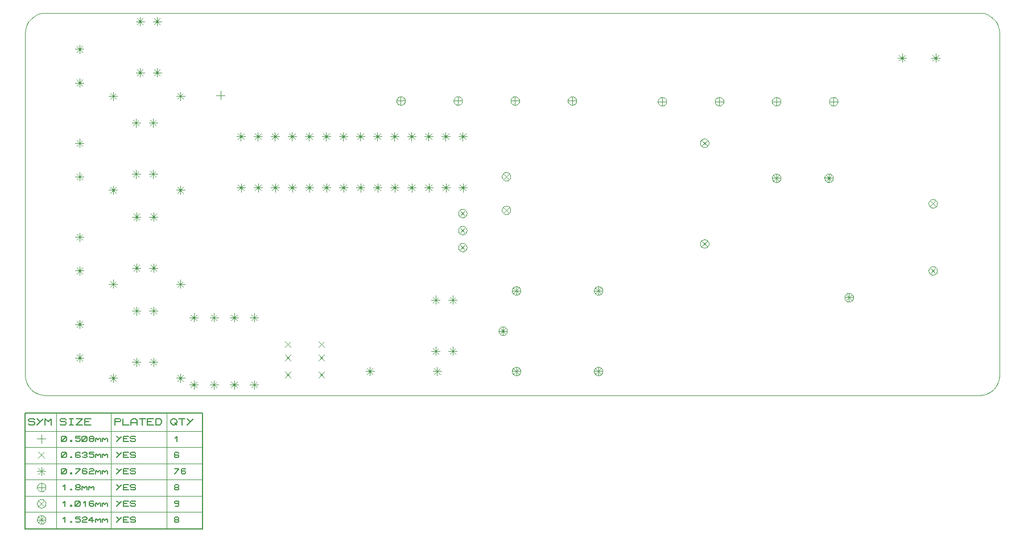
<source format=gbr>
G04 PROTEUS RS274X GERBER FILE*
%FSLAX45Y45*%
%MOMM*%
G01*
%ADD18C,0.101600*%
%ADD39C,0.127000*%
%ADD40C,0.063500*%
D18*
X-7900000Y+1773500D02*
X-7900000Y+1646500D01*
X-7963500Y+1710000D02*
X-7836500Y+1710000D01*
X+2740000Y+2333500D02*
X+2740000Y+2206500D01*
X+2676500Y+2270000D02*
X+2803500Y+2270000D01*
X+2695099Y+2314901D02*
X+2784901Y+2225099D01*
X+2695099Y+2225099D02*
X+2784901Y+2314901D01*
X+2240000Y+2333500D02*
X+2240000Y+2206500D01*
X+2176500Y+2270000D02*
X+2303500Y+2270000D01*
X+2195099Y+2314901D02*
X+2284901Y+2225099D01*
X+2195099Y+2225099D02*
X+2284901Y+2314901D01*
X-1266500Y+1620000D02*
X-1266717Y+1625247D01*
X-1268482Y+1635742D01*
X-1272174Y+1646237D01*
X-1278202Y+1656732D01*
X-1287424Y+1667112D01*
X-1297919Y+1674800D01*
X-1308414Y+1679718D01*
X-1318909Y+1682524D01*
X-1329404Y+1683497D01*
X-1330000Y+1683500D01*
X-1393500Y+1620000D02*
X-1393283Y+1625247D01*
X-1391518Y+1635742D01*
X-1387826Y+1646237D01*
X-1381798Y+1656732D01*
X-1372576Y+1667112D01*
X-1362081Y+1674800D01*
X-1351586Y+1679718D01*
X-1341091Y+1682524D01*
X-1330596Y+1683497D01*
X-1330000Y+1683500D01*
X-1393500Y+1620000D02*
X-1393283Y+1614753D01*
X-1391518Y+1604258D01*
X-1387826Y+1593763D01*
X-1381798Y+1583268D01*
X-1372576Y+1572888D01*
X-1362081Y+1565200D01*
X-1351586Y+1560282D01*
X-1341091Y+1557476D01*
X-1330596Y+1556503D01*
X-1330000Y+1556500D01*
X-1266500Y+1620000D02*
X-1266717Y+1614753D01*
X-1268482Y+1604258D01*
X-1272174Y+1593763D01*
X-1278202Y+1583268D01*
X-1287424Y+1572888D01*
X-1297919Y+1565200D01*
X-1308414Y+1560282D01*
X-1318909Y+1557476D01*
X-1329404Y+1556503D01*
X-1330000Y+1556500D01*
X-1330000Y+1683500D02*
X-1330000Y+1556500D01*
X-1393500Y+1620000D02*
X-1266500Y+1620000D01*
X-416500Y+1620000D02*
X-416717Y+1625247D01*
X-418482Y+1635742D01*
X-422174Y+1646237D01*
X-428202Y+1656732D01*
X-437424Y+1667112D01*
X-447919Y+1674800D01*
X-458414Y+1679718D01*
X-468909Y+1682524D01*
X-479404Y+1683497D01*
X-480000Y+1683500D01*
X-543500Y+1620000D02*
X-543283Y+1625247D01*
X-541518Y+1635742D01*
X-537826Y+1646237D01*
X-531798Y+1656732D01*
X-522576Y+1667112D01*
X-512081Y+1674800D01*
X-501586Y+1679718D01*
X-491091Y+1682524D01*
X-480596Y+1683497D01*
X-480000Y+1683500D01*
X-543500Y+1620000D02*
X-543283Y+1614753D01*
X-541518Y+1604258D01*
X-537826Y+1593763D01*
X-531798Y+1583268D01*
X-522576Y+1572888D01*
X-512081Y+1565200D01*
X-501586Y+1560282D01*
X-491091Y+1557476D01*
X-480596Y+1556503D01*
X-480000Y+1556500D01*
X-416500Y+1620000D02*
X-416717Y+1614753D01*
X-418482Y+1604258D01*
X-422174Y+1593763D01*
X-428202Y+1583268D01*
X-437424Y+1572888D01*
X-447919Y+1565200D01*
X-458414Y+1560282D01*
X-468909Y+1557476D01*
X-479404Y+1556503D01*
X-480000Y+1556500D01*
X-480000Y+1683500D02*
X-480000Y+1556500D01*
X-543500Y+1620000D02*
X-416500Y+1620000D01*
X+433500Y+1620000D02*
X+433283Y+1625247D01*
X+431518Y+1635742D01*
X+427826Y+1646237D01*
X+421798Y+1656732D01*
X+412576Y+1667112D01*
X+402081Y+1674800D01*
X+391586Y+1679718D01*
X+381091Y+1682524D01*
X+370596Y+1683497D01*
X+370000Y+1683500D01*
X+306500Y+1620000D02*
X+306717Y+1625247D01*
X+308482Y+1635742D01*
X+312174Y+1646237D01*
X+318202Y+1656732D01*
X+327424Y+1667112D01*
X+337919Y+1674800D01*
X+348414Y+1679718D01*
X+358909Y+1682524D01*
X+369404Y+1683497D01*
X+370000Y+1683500D01*
X+306500Y+1620000D02*
X+306717Y+1614753D01*
X+308482Y+1604258D01*
X+312174Y+1593763D01*
X+318202Y+1583268D01*
X+327424Y+1572888D01*
X+337919Y+1565200D01*
X+348414Y+1560282D01*
X+358909Y+1557476D01*
X+369404Y+1556503D01*
X+370000Y+1556500D01*
X+433500Y+1620000D02*
X+433283Y+1614753D01*
X+431518Y+1604258D01*
X+427826Y+1593763D01*
X+421798Y+1583268D01*
X+412576Y+1572888D01*
X+402081Y+1565200D01*
X+391586Y+1560282D01*
X+381091Y+1557476D01*
X+370596Y+1556503D01*
X+370000Y+1556500D01*
X+370000Y+1683500D02*
X+370000Y+1556500D01*
X+306500Y+1620000D02*
X+433500Y+1620000D01*
X+1283500Y+1620000D02*
X+1283283Y+1625247D01*
X+1281518Y+1635742D01*
X+1277826Y+1646237D01*
X+1271798Y+1656732D01*
X+1262576Y+1667112D01*
X+1252081Y+1674800D01*
X+1241586Y+1679718D01*
X+1231091Y+1682524D01*
X+1220596Y+1683497D01*
X+1220000Y+1683500D01*
X+1156500Y+1620000D02*
X+1156717Y+1625247D01*
X+1158482Y+1635742D01*
X+1162174Y+1646237D01*
X+1168202Y+1656732D01*
X+1177424Y+1667112D01*
X+1187919Y+1674800D01*
X+1198414Y+1679718D01*
X+1208909Y+1682524D01*
X+1219404Y+1683497D01*
X+1220000Y+1683500D01*
X+1156500Y+1620000D02*
X+1156717Y+1614753D01*
X+1158482Y+1604258D01*
X+1162174Y+1593763D01*
X+1168202Y+1583268D01*
X+1177424Y+1572888D01*
X+1187919Y+1565200D01*
X+1198414Y+1560282D01*
X+1208909Y+1557476D01*
X+1219404Y+1556503D01*
X+1220000Y+1556500D01*
X+1283500Y+1620000D02*
X+1283283Y+1614753D01*
X+1281518Y+1604258D01*
X+1277826Y+1593763D01*
X+1271798Y+1583268D01*
X+1262576Y+1572888D01*
X+1252081Y+1565200D01*
X+1241586Y+1560282D01*
X+1231091Y+1557476D01*
X+1220596Y+1556503D01*
X+1220000Y+1556500D01*
X+1220000Y+1683500D02*
X+1220000Y+1556500D01*
X+1156500Y+1620000D02*
X+1283500Y+1620000D01*
X+1513500Y-1300000D02*
X+1513283Y-1294753D01*
X+1511518Y-1284258D01*
X+1507826Y-1273763D01*
X+1501798Y-1263268D01*
X+1492576Y-1252888D01*
X+1482081Y-1245200D01*
X+1471586Y-1240282D01*
X+1461091Y-1237476D01*
X+1450596Y-1236503D01*
X+1450000Y-1236500D01*
X+1386500Y-1300000D02*
X+1386717Y-1294753D01*
X+1388482Y-1284258D01*
X+1392174Y-1273763D01*
X+1398202Y-1263268D01*
X+1407424Y-1252888D01*
X+1417919Y-1245200D01*
X+1428414Y-1240282D01*
X+1438909Y-1237476D01*
X+1449404Y-1236503D01*
X+1450000Y-1236500D01*
X+1386500Y-1300000D02*
X+1386717Y-1305247D01*
X+1388482Y-1315742D01*
X+1392174Y-1326237D01*
X+1398202Y-1336732D01*
X+1407424Y-1347112D01*
X+1417919Y-1354800D01*
X+1428414Y-1359718D01*
X+1438909Y-1362524D01*
X+1449404Y-1363497D01*
X+1450000Y-1363500D01*
X+1513500Y-1300000D02*
X+1513283Y-1305247D01*
X+1511518Y-1315742D01*
X+1507826Y-1326237D01*
X+1501798Y-1336732D01*
X+1492576Y-1347112D01*
X+1482081Y-1354800D01*
X+1471586Y-1359718D01*
X+1461091Y-1362524D01*
X+1450596Y-1363497D01*
X+1450000Y-1363500D01*
X+1450000Y-1236500D02*
X+1450000Y-1363500D01*
X+1386500Y-1300000D02*
X+1513500Y-1300000D01*
X+1513283Y-1294753D01*
X+1511518Y-1284258D01*
X+1507826Y-1273763D01*
X+1501798Y-1263268D01*
X+1492576Y-1252888D01*
X+1482081Y-1245200D01*
X+1471586Y-1240282D01*
X+1461091Y-1237476D01*
X+1450596Y-1236503D01*
X+1450000Y-1236500D01*
X+1386500Y-1300000D02*
X+1386717Y-1294753D01*
X+1388482Y-1284258D01*
X+1392174Y-1273763D01*
X+1398202Y-1263268D01*
X+1407424Y-1252888D01*
X+1417919Y-1245200D01*
X+1428414Y-1240282D01*
X+1438909Y-1237476D01*
X+1449404Y-1236503D01*
X+1450000Y-1236500D01*
X+1386500Y-1300000D02*
X+1386717Y-1305247D01*
X+1388482Y-1315742D01*
X+1392174Y-1326237D01*
X+1398202Y-1336732D01*
X+1407424Y-1347112D01*
X+1417919Y-1354800D01*
X+1428414Y-1359718D01*
X+1438909Y-1362524D01*
X+1449404Y-1363497D01*
X+1450000Y-1363500D01*
X+1513500Y-1300000D02*
X+1513283Y-1305247D01*
X+1511518Y-1315742D01*
X+1507826Y-1326237D01*
X+1501798Y-1336732D01*
X+1492576Y-1347112D01*
X+1482081Y-1354800D01*
X+1471586Y-1359718D01*
X+1461091Y-1362524D01*
X+1450596Y-1363497D01*
X+1450000Y-1363500D01*
X+1405099Y-1255099D02*
X+1494901Y-1344901D01*
X+1405099Y-1344901D02*
X+1494901Y-1255099D01*
X+2763500Y+100000D02*
X+2763283Y+105247D01*
X+2761518Y+115742D01*
X+2757826Y+126237D01*
X+2751798Y+136732D01*
X+2742576Y+147112D01*
X+2732081Y+154800D01*
X+2721586Y+159718D01*
X+2711091Y+162524D01*
X+2700596Y+163497D01*
X+2700000Y+163500D01*
X+2636500Y+100000D02*
X+2636717Y+105247D01*
X+2638482Y+115742D01*
X+2642174Y+126237D01*
X+2648202Y+136732D01*
X+2657424Y+147112D01*
X+2667919Y+154800D01*
X+2678414Y+159718D01*
X+2688909Y+162524D01*
X+2699404Y+163497D01*
X+2700000Y+163500D01*
X+2636500Y+100000D02*
X+2636717Y+94753D01*
X+2638482Y+84258D01*
X+2642174Y+73763D01*
X+2648202Y+63268D01*
X+2657424Y+52888D01*
X+2667919Y+45200D01*
X+2678414Y+40282D01*
X+2688909Y+37476D01*
X+2699404Y+36503D01*
X+2700000Y+36500D01*
X+2763500Y+100000D02*
X+2763283Y+94753D01*
X+2761518Y+84258D01*
X+2757826Y+73763D01*
X+2751798Y+63268D01*
X+2742576Y+52888D01*
X+2732081Y+45200D01*
X+2721586Y+40282D01*
X+2711091Y+37476D01*
X+2700596Y+36503D01*
X+2700000Y+36500D01*
X+2655099Y+144901D02*
X+2744901Y+55099D01*
X+2655099Y+55099D02*
X+2744901Y+144901D01*
X+2763500Y-900000D02*
X+2763283Y-894753D01*
X+2761518Y-884258D01*
X+2757826Y-873763D01*
X+2751798Y-863268D01*
X+2742576Y-852888D01*
X+2732081Y-845200D01*
X+2721586Y-840282D01*
X+2711091Y-837476D01*
X+2700596Y-836503D01*
X+2700000Y-836500D01*
X+2636500Y-900000D02*
X+2636717Y-894753D01*
X+2638482Y-884258D01*
X+2642174Y-873763D01*
X+2648202Y-863268D01*
X+2657424Y-852888D01*
X+2667919Y-845200D01*
X+2678414Y-840282D01*
X+2688909Y-837476D01*
X+2699404Y-836503D01*
X+2700000Y-836500D01*
X+2636500Y-900000D02*
X+2636717Y-905247D01*
X+2638482Y-915742D01*
X+2642174Y-926237D01*
X+2648202Y-936732D01*
X+2657424Y-947112D01*
X+2667919Y-954800D01*
X+2678414Y-959718D01*
X+2688909Y-962524D01*
X+2699404Y-963497D01*
X+2700000Y-963500D01*
X+2763500Y-900000D02*
X+2763283Y-905247D01*
X+2761518Y-915742D01*
X+2757826Y-926237D01*
X+2751798Y-936732D01*
X+2742576Y-947112D01*
X+2732081Y-954800D01*
X+2721586Y-959718D01*
X+2711091Y-962524D01*
X+2700596Y-963497D01*
X+2700000Y-963500D01*
X+2655099Y-855099D02*
X+2744901Y-944901D01*
X+2655099Y-944901D02*
X+2744901Y-855099D01*
X+433500Y+480000D02*
X+433283Y+485247D01*
X+431518Y+495742D01*
X+427826Y+506237D01*
X+421798Y+516732D01*
X+412576Y+527112D01*
X+402081Y+534800D01*
X+391586Y+539718D01*
X+381091Y+542524D01*
X+370596Y+543497D01*
X+370000Y+543500D01*
X+306500Y+480000D02*
X+306717Y+485247D01*
X+308482Y+495742D01*
X+312174Y+506237D01*
X+318202Y+516732D01*
X+327424Y+527112D01*
X+337919Y+534800D01*
X+348414Y+539718D01*
X+358909Y+542524D01*
X+369404Y+543497D01*
X+370000Y+543500D01*
X+306500Y+480000D02*
X+306717Y+474753D01*
X+308482Y+464258D01*
X+312174Y+453763D01*
X+318202Y+443268D01*
X+327424Y+432888D01*
X+337919Y+425200D01*
X+348414Y+420282D01*
X+358909Y+417476D01*
X+369404Y+416503D01*
X+370000Y+416500D01*
X+433500Y+480000D02*
X+433283Y+474753D01*
X+431518Y+464258D01*
X+427826Y+453763D01*
X+421798Y+443268D01*
X+412576Y+432888D01*
X+402081Y+425200D01*
X+391586Y+420282D01*
X+381091Y+417476D01*
X+370596Y+416503D01*
X+370000Y+416500D01*
X+370000Y+543500D02*
X+370000Y+416500D01*
X+306500Y+480000D02*
X+433500Y+480000D01*
X+433283Y+485247D01*
X+431518Y+495742D01*
X+427826Y+506237D01*
X+421798Y+516732D01*
X+412576Y+527112D01*
X+402081Y+534800D01*
X+391586Y+539718D01*
X+381091Y+542524D01*
X+370596Y+543497D01*
X+370000Y+543500D01*
X+306500Y+480000D02*
X+306717Y+485247D01*
X+308482Y+495742D01*
X+312174Y+506237D01*
X+318202Y+516732D01*
X+327424Y+527112D01*
X+337919Y+534800D01*
X+348414Y+539718D01*
X+358909Y+542524D01*
X+369404Y+543497D01*
X+370000Y+543500D01*
X+306500Y+480000D02*
X+306717Y+474753D01*
X+308482Y+464258D01*
X+312174Y+453763D01*
X+318202Y+443268D01*
X+327424Y+432888D01*
X+337919Y+425200D01*
X+348414Y+420282D01*
X+358909Y+417476D01*
X+369404Y+416503D01*
X+370000Y+416500D01*
X+433500Y+480000D02*
X+433283Y+474753D01*
X+431518Y+464258D01*
X+427826Y+453763D01*
X+421798Y+443268D01*
X+412576Y+432888D01*
X+402081Y+425200D01*
X+391586Y+420282D01*
X+381091Y+417476D01*
X+370596Y+416503D01*
X+370000Y+416500D01*
X+325099Y+524901D02*
X+414901Y+435099D01*
X+325099Y+435099D02*
X+414901Y+524901D01*
X+1213500Y+480000D02*
X+1213283Y+485247D01*
X+1211518Y+495742D01*
X+1207826Y+506237D01*
X+1201798Y+516732D01*
X+1192576Y+527112D01*
X+1182081Y+534800D01*
X+1171586Y+539718D01*
X+1161091Y+542524D01*
X+1150596Y+543497D01*
X+1150000Y+543500D01*
X+1086500Y+480000D02*
X+1086717Y+485247D01*
X+1088482Y+495742D01*
X+1092174Y+506237D01*
X+1098202Y+516732D01*
X+1107424Y+527112D01*
X+1117919Y+534800D01*
X+1128414Y+539718D01*
X+1138909Y+542524D01*
X+1149404Y+543497D01*
X+1150000Y+543500D01*
X+1086500Y+480000D02*
X+1086717Y+474753D01*
X+1088482Y+464258D01*
X+1092174Y+453763D01*
X+1098202Y+443268D01*
X+1107424Y+432888D01*
X+1117919Y+425200D01*
X+1128414Y+420282D01*
X+1138909Y+417476D01*
X+1149404Y+416503D01*
X+1150000Y+416500D01*
X+1213500Y+480000D02*
X+1213283Y+474753D01*
X+1211518Y+464258D01*
X+1207826Y+453763D01*
X+1201798Y+443268D01*
X+1192576Y+432888D01*
X+1182081Y+425200D01*
X+1171586Y+420282D01*
X+1161091Y+417476D01*
X+1150596Y+416503D01*
X+1150000Y+416500D01*
X+1150000Y+543500D02*
X+1150000Y+416500D01*
X+1086500Y+480000D02*
X+1213500Y+480000D01*
X+1213283Y+485247D01*
X+1211518Y+495742D01*
X+1207826Y+506237D01*
X+1201798Y+516732D01*
X+1192576Y+527112D01*
X+1182081Y+534800D01*
X+1171586Y+539718D01*
X+1161091Y+542524D01*
X+1150596Y+543497D01*
X+1150000Y+543500D01*
X+1086500Y+480000D02*
X+1086717Y+485247D01*
X+1088482Y+495742D01*
X+1092174Y+506237D01*
X+1098202Y+516732D01*
X+1107424Y+527112D01*
X+1117919Y+534800D01*
X+1128414Y+539718D01*
X+1138909Y+542524D01*
X+1149404Y+543497D01*
X+1150000Y+543500D01*
X+1086500Y+480000D02*
X+1086717Y+474753D01*
X+1088482Y+464258D01*
X+1092174Y+453763D01*
X+1098202Y+443268D01*
X+1107424Y+432888D01*
X+1117919Y+425200D01*
X+1128414Y+420282D01*
X+1138909Y+417476D01*
X+1149404Y+416503D01*
X+1150000Y+416500D01*
X+1213500Y+480000D02*
X+1213283Y+474753D01*
X+1211518Y+464258D01*
X+1207826Y+453763D01*
X+1201798Y+443268D01*
X+1192576Y+432888D01*
X+1182081Y+425200D01*
X+1171586Y+420282D01*
X+1161091Y+417476D01*
X+1150596Y+416503D01*
X+1150000Y+416500D01*
X+1105099Y+524901D02*
X+1194901Y+435099D01*
X+1105099Y+435099D02*
X+1194901Y+524901D01*
X-3586500Y+0D02*
X-3586717Y+5247D01*
X-3588482Y+15742D01*
X-3592174Y+26237D01*
X-3598202Y+36732D01*
X-3607424Y+47112D01*
X-3617919Y+54800D01*
X-3628414Y+59718D01*
X-3638909Y+62524D01*
X-3649404Y+63497D01*
X-3650000Y+63500D01*
X-3713500Y+0D02*
X-3713283Y+5247D01*
X-3711518Y+15742D01*
X-3707826Y+26237D01*
X-3701798Y+36732D01*
X-3692576Y+47112D01*
X-3682081Y+54800D01*
X-3671586Y+59718D01*
X-3661091Y+62524D01*
X-3650596Y+63497D01*
X-3650000Y+63500D01*
X-3713500Y+0D02*
X-3713283Y-5247D01*
X-3711518Y-15742D01*
X-3707826Y-26237D01*
X-3701798Y-36732D01*
X-3692576Y-47112D01*
X-3682081Y-54800D01*
X-3671586Y-59718D01*
X-3661091Y-62524D01*
X-3650596Y-63497D01*
X-3650000Y-63500D01*
X-3586500Y+0D02*
X-3586717Y-5247D01*
X-3588482Y-15742D01*
X-3592174Y-26237D01*
X-3598202Y-36732D01*
X-3607424Y-47112D01*
X-3617919Y-54800D01*
X-3628414Y-59718D01*
X-3638909Y-62524D01*
X-3649404Y-63497D01*
X-3650000Y-63500D01*
X-3694901Y+44901D02*
X-3605099Y-44901D01*
X-3694901Y-44901D02*
X-3605099Y+44901D01*
X-3586500Y+500000D02*
X-3586717Y+505247D01*
X-3588482Y+515742D01*
X-3592174Y+526237D01*
X-3598202Y+536732D01*
X-3607424Y+547112D01*
X-3617919Y+554800D01*
X-3628414Y+559718D01*
X-3638909Y+562524D01*
X-3649404Y+563497D01*
X-3650000Y+563500D01*
X-3713500Y+500000D02*
X-3713283Y+505247D01*
X-3711518Y+515742D01*
X-3707826Y+526237D01*
X-3701798Y+536732D01*
X-3692576Y+547112D01*
X-3682081Y+554800D01*
X-3671586Y+559718D01*
X-3661091Y+562524D01*
X-3650596Y+563497D01*
X-3650000Y+563500D01*
X-3713500Y+500000D02*
X-3713283Y+494753D01*
X-3711518Y+484258D01*
X-3707826Y+473763D01*
X-3701798Y+463268D01*
X-3692576Y+452888D01*
X-3682081Y+445200D01*
X-3671586Y+440282D01*
X-3661091Y+437476D01*
X-3650596Y+436503D01*
X-3650000Y+436500D01*
X-3586500Y+500000D02*
X-3586717Y+494753D01*
X-3588482Y+484258D01*
X-3592174Y+473763D01*
X-3598202Y+463268D01*
X-3607424Y+452888D01*
X-3617919Y+445200D01*
X-3628414Y+440282D01*
X-3638909Y+437476D01*
X-3649404Y+436503D01*
X-3650000Y+436500D01*
X-3694901Y+544901D02*
X-3605099Y+455099D01*
X-3694901Y+455099D02*
X-3605099Y+544901D01*
X-636500Y-500000D02*
X-636717Y-494753D01*
X-638482Y-484258D01*
X-642174Y-473763D01*
X-648202Y-463268D01*
X-657424Y-452888D01*
X-667919Y-445200D01*
X-678414Y-440282D01*
X-688909Y-437476D01*
X-699404Y-436503D01*
X-700000Y-436500D01*
X-763500Y-500000D02*
X-763283Y-494753D01*
X-761518Y-484258D01*
X-757826Y-473763D01*
X-751798Y-463268D01*
X-742576Y-452888D01*
X-732081Y-445200D01*
X-721586Y-440282D01*
X-711091Y-437476D01*
X-700596Y-436503D01*
X-700000Y-436500D01*
X-763500Y-500000D02*
X-763283Y-505247D01*
X-761518Y-515742D01*
X-757826Y-526237D01*
X-751798Y-536732D01*
X-742576Y-547112D01*
X-732081Y-554800D01*
X-721586Y-559718D01*
X-711091Y-562524D01*
X-700596Y-563497D01*
X-700000Y-563500D01*
X-636500Y-500000D02*
X-636717Y-505247D01*
X-638482Y-515742D01*
X-642174Y-526237D01*
X-648202Y-536732D01*
X-657424Y-547112D01*
X-667919Y-554800D01*
X-678414Y-559718D01*
X-688909Y-562524D01*
X-699404Y-563497D01*
X-700000Y-563500D01*
X-744901Y-455099D02*
X-655099Y-544901D01*
X-744901Y-544901D02*
X-655099Y-455099D01*
X-636500Y+1000000D02*
X-636717Y+1005247D01*
X-638482Y+1015742D01*
X-642174Y+1026237D01*
X-648202Y+1036732D01*
X-657424Y+1047112D01*
X-667919Y+1054800D01*
X-678414Y+1059718D01*
X-688909Y+1062524D01*
X-699404Y+1063497D01*
X-700000Y+1063500D01*
X-763500Y+1000000D02*
X-763283Y+1005247D01*
X-761518Y+1015742D01*
X-757826Y+1026237D01*
X-751798Y+1036732D01*
X-742576Y+1047112D01*
X-732081Y+1054800D01*
X-721586Y+1059718D01*
X-711091Y+1062524D01*
X-700596Y+1063497D01*
X-700000Y+1063500D01*
X-763500Y+1000000D02*
X-763283Y+994753D01*
X-761518Y+984258D01*
X-757826Y+973763D01*
X-751798Y+963268D01*
X-742576Y+952888D01*
X-732081Y+945200D01*
X-721586Y+940282D01*
X-711091Y+937476D01*
X-700596Y+936503D01*
X-700000Y+936500D01*
X-636500Y+1000000D02*
X-636717Y+994753D01*
X-638482Y+984258D01*
X-642174Y+973763D01*
X-648202Y+963268D01*
X-657424Y+952888D01*
X-667919Y+945200D01*
X-678414Y+940282D01*
X-688909Y+937476D01*
X-699404Y+936503D01*
X-700000Y+936500D01*
X-744901Y+1044901D02*
X-655099Y+955099D01*
X-744901Y+955099D02*
X-655099Y+1044901D01*
X-4236500Y-554000D02*
X-4236717Y-548753D01*
X-4238482Y-538258D01*
X-4242174Y-527763D01*
X-4248202Y-517268D01*
X-4257424Y-506888D01*
X-4267919Y-499200D01*
X-4278414Y-494282D01*
X-4288909Y-491476D01*
X-4299404Y-490503D01*
X-4300000Y-490500D01*
X-4363500Y-554000D02*
X-4363283Y-548753D01*
X-4361518Y-538258D01*
X-4357826Y-527763D01*
X-4351798Y-517268D01*
X-4342576Y-506888D01*
X-4332081Y-499200D01*
X-4321586Y-494282D01*
X-4311091Y-491476D01*
X-4300596Y-490503D01*
X-4300000Y-490500D01*
X-4363500Y-554000D02*
X-4363283Y-559247D01*
X-4361518Y-569742D01*
X-4357826Y-580237D01*
X-4351798Y-590732D01*
X-4342576Y-601112D01*
X-4332081Y-608800D01*
X-4321586Y-613718D01*
X-4311091Y-616524D01*
X-4300596Y-617497D01*
X-4300000Y-617500D01*
X-4236500Y-554000D02*
X-4236717Y-559247D01*
X-4238482Y-569742D01*
X-4242174Y-580237D01*
X-4248202Y-590732D01*
X-4257424Y-601112D01*
X-4267919Y-608800D01*
X-4278414Y-613718D01*
X-4288909Y-616524D01*
X-4299404Y-617497D01*
X-4300000Y-617500D01*
X-4344901Y-509099D02*
X-4255099Y-598901D01*
X-4344901Y-598901D02*
X-4255099Y-509099D01*
X-4236500Y-300000D02*
X-4236717Y-294753D01*
X-4238482Y-284258D01*
X-4242174Y-273763D01*
X-4248202Y-263268D01*
X-4257424Y-252888D01*
X-4267919Y-245200D01*
X-4278414Y-240282D01*
X-4288909Y-237476D01*
X-4299404Y-236503D01*
X-4300000Y-236500D01*
X-4363500Y-300000D02*
X-4363283Y-294753D01*
X-4361518Y-284258D01*
X-4357826Y-273763D01*
X-4351798Y-263268D01*
X-4342576Y-252888D01*
X-4332081Y-245200D01*
X-4321586Y-240282D01*
X-4311091Y-237476D01*
X-4300596Y-236503D01*
X-4300000Y-236500D01*
X-4363500Y-300000D02*
X-4363283Y-305247D01*
X-4361518Y-315742D01*
X-4357826Y-326237D01*
X-4351798Y-336732D01*
X-4342576Y-347112D01*
X-4332081Y-354800D01*
X-4321586Y-359718D01*
X-4311091Y-362524D01*
X-4300596Y-363497D01*
X-4300000Y-363500D01*
X-4236500Y-300000D02*
X-4236717Y-305247D01*
X-4238482Y-315742D01*
X-4242174Y-326237D01*
X-4248202Y-336732D01*
X-4257424Y-347112D01*
X-4267919Y-354800D01*
X-4278414Y-359718D01*
X-4288909Y-362524D01*
X-4299404Y-363497D01*
X-4300000Y-363500D01*
X-4344901Y-255099D02*
X-4255099Y-344901D01*
X-4344901Y-344901D02*
X-4255099Y-255099D01*
X-4236500Y-46000D02*
X-4236717Y-40753D01*
X-4238482Y-30258D01*
X-4242174Y-19763D01*
X-4248202Y-9268D01*
X-4257424Y+1112D01*
X-4267919Y+8800D01*
X-4278414Y+13718D01*
X-4288909Y+16524D01*
X-4299404Y+17497D01*
X-4300000Y+17500D01*
X-4363500Y-46000D02*
X-4363283Y-40753D01*
X-4361518Y-30258D01*
X-4357826Y-19763D01*
X-4351798Y-9268D01*
X-4342576Y+1112D01*
X-4332081Y+8800D01*
X-4321586Y+13718D01*
X-4311091Y+16524D01*
X-4300596Y+17497D01*
X-4300000Y+17500D01*
X-4363500Y-46000D02*
X-4363283Y-51247D01*
X-4361518Y-61742D01*
X-4357826Y-72237D01*
X-4351798Y-82732D01*
X-4342576Y-93112D01*
X-4332081Y-100800D01*
X-4321586Y-105718D01*
X-4311091Y-108524D01*
X-4300596Y-109497D01*
X-4300000Y-109500D01*
X-4236500Y-46000D02*
X-4236717Y-51247D01*
X-4238482Y-61742D01*
X-4242174Y-72237D01*
X-4248202Y-82732D01*
X-4257424Y-93112D01*
X-4267919Y-100800D01*
X-4278414Y-105718D01*
X-4288909Y-108524D01*
X-4299404Y-109497D01*
X-4300000Y-109500D01*
X-4344901Y-1099D02*
X-4255099Y-90901D01*
X-4344901Y-90901D02*
X-4255099Y-1099D01*
X-3436500Y-1200000D02*
X-3436717Y-1194753D01*
X-3438482Y-1184258D01*
X-3442174Y-1173763D01*
X-3448202Y-1163268D01*
X-3457424Y-1152888D01*
X-3467919Y-1145200D01*
X-3478414Y-1140282D01*
X-3488909Y-1137476D01*
X-3499404Y-1136503D01*
X-3500000Y-1136500D01*
X-3563500Y-1200000D02*
X-3563283Y-1194753D01*
X-3561518Y-1184258D01*
X-3557826Y-1173763D01*
X-3551798Y-1163268D01*
X-3542576Y-1152888D01*
X-3532081Y-1145200D01*
X-3521586Y-1140282D01*
X-3511091Y-1137476D01*
X-3500596Y-1136503D01*
X-3500000Y-1136500D01*
X-3563500Y-1200000D02*
X-3563283Y-1205247D01*
X-3561518Y-1215742D01*
X-3557826Y-1226237D01*
X-3551798Y-1236732D01*
X-3542576Y-1247112D01*
X-3532081Y-1254800D01*
X-3521586Y-1259718D01*
X-3511091Y-1262524D01*
X-3500596Y-1263497D01*
X-3500000Y-1263500D01*
X-3436500Y-1200000D02*
X-3436717Y-1205247D01*
X-3438482Y-1215742D01*
X-3442174Y-1226237D01*
X-3448202Y-1236732D01*
X-3457424Y-1247112D01*
X-3467919Y-1254800D01*
X-3478414Y-1259718D01*
X-3488909Y-1262524D01*
X-3499404Y-1263497D01*
X-3500000Y-1263500D01*
X-3500000Y-1136500D02*
X-3500000Y-1263500D01*
X-3563500Y-1200000D02*
X-3436500Y-1200000D01*
X-3436717Y-1194753D01*
X-3438482Y-1184258D01*
X-3442174Y-1173763D01*
X-3448202Y-1163268D01*
X-3457424Y-1152888D01*
X-3467919Y-1145200D01*
X-3478414Y-1140282D01*
X-3488909Y-1137476D01*
X-3499404Y-1136503D01*
X-3500000Y-1136500D01*
X-3563500Y-1200000D02*
X-3563283Y-1194753D01*
X-3561518Y-1184258D01*
X-3557826Y-1173763D01*
X-3551798Y-1163268D01*
X-3542576Y-1152888D01*
X-3532081Y-1145200D01*
X-3521586Y-1140282D01*
X-3511091Y-1137476D01*
X-3500596Y-1136503D01*
X-3500000Y-1136500D01*
X-3563500Y-1200000D02*
X-3563283Y-1205247D01*
X-3561518Y-1215742D01*
X-3557826Y-1226237D01*
X-3551798Y-1236732D01*
X-3542576Y-1247112D01*
X-3532081Y-1254800D01*
X-3521586Y-1259718D01*
X-3511091Y-1262524D01*
X-3500596Y-1263497D01*
X-3500000Y-1263500D01*
X-3436500Y-1200000D02*
X-3436717Y-1205247D01*
X-3438482Y-1215742D01*
X-3442174Y-1226237D01*
X-3448202Y-1236732D01*
X-3457424Y-1247112D01*
X-3467919Y-1254800D01*
X-3478414Y-1259718D01*
X-3488909Y-1262524D01*
X-3499404Y-1263497D01*
X-3500000Y-1263500D01*
X-3544901Y-1155099D02*
X-3455099Y-1244901D01*
X-3544901Y-1244901D02*
X-3455099Y-1155099D01*
X-3436500Y-2400000D02*
X-3436717Y-2394753D01*
X-3438482Y-2384258D01*
X-3442174Y-2373763D01*
X-3448202Y-2363268D01*
X-3457424Y-2352888D01*
X-3467919Y-2345200D01*
X-3478414Y-2340282D01*
X-3488909Y-2337476D01*
X-3499404Y-2336503D01*
X-3500000Y-2336500D01*
X-3563500Y-2400000D02*
X-3563283Y-2394753D01*
X-3561518Y-2384258D01*
X-3557826Y-2373763D01*
X-3551798Y-2363268D01*
X-3542576Y-2352888D01*
X-3532081Y-2345200D01*
X-3521586Y-2340282D01*
X-3511091Y-2337476D01*
X-3500596Y-2336503D01*
X-3500000Y-2336500D01*
X-3563500Y-2400000D02*
X-3563283Y-2405247D01*
X-3561518Y-2415742D01*
X-3557826Y-2426237D01*
X-3551798Y-2436732D01*
X-3542576Y-2447112D01*
X-3532081Y-2454800D01*
X-3521586Y-2459718D01*
X-3511091Y-2462524D01*
X-3500596Y-2463497D01*
X-3500000Y-2463500D01*
X-3436500Y-2400000D02*
X-3436717Y-2405247D01*
X-3438482Y-2415742D01*
X-3442174Y-2426237D01*
X-3448202Y-2436732D01*
X-3457424Y-2447112D01*
X-3467919Y-2454800D01*
X-3478414Y-2459718D01*
X-3488909Y-2462524D01*
X-3499404Y-2463497D01*
X-3500000Y-2463500D01*
X-3500000Y-2336500D02*
X-3500000Y-2463500D01*
X-3563500Y-2400000D02*
X-3436500Y-2400000D01*
X-3436717Y-2394753D01*
X-3438482Y-2384258D01*
X-3442174Y-2373763D01*
X-3448202Y-2363268D01*
X-3457424Y-2352888D01*
X-3467919Y-2345200D01*
X-3478414Y-2340282D01*
X-3488909Y-2337476D01*
X-3499404Y-2336503D01*
X-3500000Y-2336500D01*
X-3563500Y-2400000D02*
X-3563283Y-2394753D01*
X-3561518Y-2384258D01*
X-3557826Y-2373763D01*
X-3551798Y-2363268D01*
X-3542576Y-2352888D01*
X-3532081Y-2345200D01*
X-3521586Y-2340282D01*
X-3511091Y-2337476D01*
X-3500596Y-2336503D01*
X-3500000Y-2336500D01*
X-3563500Y-2400000D02*
X-3563283Y-2405247D01*
X-3561518Y-2415742D01*
X-3557826Y-2426237D01*
X-3551798Y-2436732D01*
X-3542576Y-2447112D01*
X-3532081Y-2454800D01*
X-3521586Y-2459718D01*
X-3511091Y-2462524D01*
X-3500596Y-2463497D01*
X-3500000Y-2463500D01*
X-3436500Y-2400000D02*
X-3436717Y-2405247D01*
X-3438482Y-2415742D01*
X-3442174Y-2426237D01*
X-3448202Y-2436732D01*
X-3457424Y-2447112D01*
X-3467919Y-2454800D01*
X-3478414Y-2459718D01*
X-3488909Y-2462524D01*
X-3499404Y-2463497D01*
X-3500000Y-2463500D01*
X-3544901Y-2355099D02*
X-3455099Y-2444901D01*
X-3544901Y-2444901D02*
X-3455099Y-2355099D01*
X-3636500Y-1800000D02*
X-3636717Y-1794753D01*
X-3638482Y-1784258D01*
X-3642174Y-1773763D01*
X-3648202Y-1763268D01*
X-3657424Y-1752888D01*
X-3667919Y-1745200D01*
X-3678414Y-1740282D01*
X-3688909Y-1737476D01*
X-3699404Y-1736503D01*
X-3700000Y-1736500D01*
X-3763500Y-1800000D02*
X-3763283Y-1794753D01*
X-3761518Y-1784258D01*
X-3757826Y-1773763D01*
X-3751798Y-1763268D01*
X-3742576Y-1752888D01*
X-3732081Y-1745200D01*
X-3721586Y-1740282D01*
X-3711091Y-1737476D01*
X-3700596Y-1736503D01*
X-3700000Y-1736500D01*
X-3763500Y-1800000D02*
X-3763283Y-1805247D01*
X-3761518Y-1815742D01*
X-3757826Y-1826237D01*
X-3751798Y-1836732D01*
X-3742576Y-1847112D01*
X-3732081Y-1854800D01*
X-3721586Y-1859718D01*
X-3711091Y-1862524D01*
X-3700596Y-1863497D01*
X-3700000Y-1863500D01*
X-3636500Y-1800000D02*
X-3636717Y-1805247D01*
X-3638482Y-1815742D01*
X-3642174Y-1826237D01*
X-3648202Y-1836732D01*
X-3657424Y-1847112D01*
X-3667919Y-1854800D01*
X-3678414Y-1859718D01*
X-3688909Y-1862524D01*
X-3699404Y-1863497D01*
X-3700000Y-1863500D01*
X-3700000Y-1736500D02*
X-3700000Y-1863500D01*
X-3763500Y-1800000D02*
X-3636500Y-1800000D01*
X-3636717Y-1794753D01*
X-3638482Y-1784258D01*
X-3642174Y-1773763D01*
X-3648202Y-1763268D01*
X-3657424Y-1752888D01*
X-3667919Y-1745200D01*
X-3678414Y-1740282D01*
X-3688909Y-1737476D01*
X-3699404Y-1736503D01*
X-3700000Y-1736500D01*
X-3763500Y-1800000D02*
X-3763283Y-1794753D01*
X-3761518Y-1784258D01*
X-3757826Y-1773763D01*
X-3751798Y-1763268D01*
X-3742576Y-1752888D01*
X-3732081Y-1745200D01*
X-3721586Y-1740282D01*
X-3711091Y-1737476D01*
X-3700596Y-1736503D01*
X-3700000Y-1736500D01*
X-3763500Y-1800000D02*
X-3763283Y-1805247D01*
X-3761518Y-1815742D01*
X-3757826Y-1826237D01*
X-3751798Y-1836732D01*
X-3742576Y-1847112D01*
X-3732081Y-1854800D01*
X-3721586Y-1859718D01*
X-3711091Y-1862524D01*
X-3700596Y-1863497D01*
X-3700000Y-1863500D01*
X-3636500Y-1800000D02*
X-3636717Y-1805247D01*
X-3638482Y-1815742D01*
X-3642174Y-1826237D01*
X-3648202Y-1836732D01*
X-3657424Y-1847112D01*
X-3667919Y-1854800D01*
X-3678414Y-1859718D01*
X-3688909Y-1862524D01*
X-3699404Y-1863497D01*
X-3700000Y-1863500D01*
X-3744901Y-1755099D02*
X-3655099Y-1844901D01*
X-3744901Y-1844901D02*
X-3655099Y-1755099D01*
X-2216500Y-1200000D02*
X-2216717Y-1194753D01*
X-2218482Y-1184258D01*
X-2222174Y-1173763D01*
X-2228202Y-1163268D01*
X-2237424Y-1152888D01*
X-2247919Y-1145200D01*
X-2258414Y-1140282D01*
X-2268909Y-1137476D01*
X-2279404Y-1136503D01*
X-2280000Y-1136500D01*
X-2343500Y-1200000D02*
X-2343283Y-1194753D01*
X-2341518Y-1184258D01*
X-2337826Y-1173763D01*
X-2331798Y-1163268D01*
X-2322576Y-1152888D01*
X-2312081Y-1145200D01*
X-2301586Y-1140282D01*
X-2291091Y-1137476D01*
X-2280596Y-1136503D01*
X-2280000Y-1136500D01*
X-2343500Y-1200000D02*
X-2343283Y-1205247D01*
X-2341518Y-1215742D01*
X-2337826Y-1226237D01*
X-2331798Y-1236732D01*
X-2322576Y-1247112D01*
X-2312081Y-1254800D01*
X-2301586Y-1259718D01*
X-2291091Y-1262524D01*
X-2280596Y-1263497D01*
X-2280000Y-1263500D01*
X-2216500Y-1200000D02*
X-2216717Y-1205247D01*
X-2218482Y-1215742D01*
X-2222174Y-1226237D01*
X-2228202Y-1236732D01*
X-2237424Y-1247112D01*
X-2247919Y-1254800D01*
X-2258414Y-1259718D01*
X-2268909Y-1262524D01*
X-2279404Y-1263497D01*
X-2280000Y-1263500D01*
X-2280000Y-1136500D02*
X-2280000Y-1263500D01*
X-2343500Y-1200000D02*
X-2216500Y-1200000D01*
X-2216717Y-1194753D01*
X-2218482Y-1184258D01*
X-2222174Y-1173763D01*
X-2228202Y-1163268D01*
X-2237424Y-1152888D01*
X-2247919Y-1145200D01*
X-2258414Y-1140282D01*
X-2268909Y-1137476D01*
X-2279404Y-1136503D01*
X-2280000Y-1136500D01*
X-2343500Y-1200000D02*
X-2343283Y-1194753D01*
X-2341518Y-1184258D01*
X-2337826Y-1173763D01*
X-2331798Y-1163268D01*
X-2322576Y-1152888D01*
X-2312081Y-1145200D01*
X-2301586Y-1140282D01*
X-2291091Y-1137476D01*
X-2280596Y-1136503D01*
X-2280000Y-1136500D01*
X-2343500Y-1200000D02*
X-2343283Y-1205247D01*
X-2341518Y-1215742D01*
X-2337826Y-1226237D01*
X-2331798Y-1236732D01*
X-2322576Y-1247112D01*
X-2312081Y-1254800D01*
X-2301586Y-1259718D01*
X-2291091Y-1262524D01*
X-2280596Y-1263497D01*
X-2280000Y-1263500D01*
X-2216500Y-1200000D02*
X-2216717Y-1205247D01*
X-2218482Y-1215742D01*
X-2222174Y-1226237D01*
X-2228202Y-1236732D01*
X-2237424Y-1247112D01*
X-2247919Y-1254800D01*
X-2258414Y-1259718D01*
X-2268909Y-1262524D01*
X-2279404Y-1263497D01*
X-2280000Y-1263500D01*
X-2324901Y-1155099D02*
X-2235099Y-1244901D01*
X-2324901Y-1244901D02*
X-2235099Y-1155099D01*
X-2216500Y-2400000D02*
X-2216717Y-2394753D01*
X-2218482Y-2384258D01*
X-2222174Y-2373763D01*
X-2228202Y-2363268D01*
X-2237424Y-2352888D01*
X-2247919Y-2345200D01*
X-2258414Y-2340282D01*
X-2268909Y-2337476D01*
X-2279404Y-2336503D01*
X-2280000Y-2336500D01*
X-2343500Y-2400000D02*
X-2343283Y-2394753D01*
X-2341518Y-2384258D01*
X-2337826Y-2373763D01*
X-2331798Y-2363268D01*
X-2322576Y-2352888D01*
X-2312081Y-2345200D01*
X-2301586Y-2340282D01*
X-2291091Y-2337476D01*
X-2280596Y-2336503D01*
X-2280000Y-2336500D01*
X-2343500Y-2400000D02*
X-2343283Y-2405247D01*
X-2341518Y-2415742D01*
X-2337826Y-2426237D01*
X-2331798Y-2436732D01*
X-2322576Y-2447112D01*
X-2312081Y-2454800D01*
X-2301586Y-2459718D01*
X-2291091Y-2462524D01*
X-2280596Y-2463497D01*
X-2280000Y-2463500D01*
X-2216500Y-2400000D02*
X-2216717Y-2405247D01*
X-2218482Y-2415742D01*
X-2222174Y-2426237D01*
X-2228202Y-2436732D01*
X-2237424Y-2447112D01*
X-2247919Y-2454800D01*
X-2258414Y-2459718D01*
X-2268909Y-2462524D01*
X-2279404Y-2463497D01*
X-2280000Y-2463500D01*
X-2280000Y-2336500D02*
X-2280000Y-2463500D01*
X-2343500Y-2400000D02*
X-2216500Y-2400000D01*
X-2216717Y-2394753D01*
X-2218482Y-2384258D01*
X-2222174Y-2373763D01*
X-2228202Y-2363268D01*
X-2237424Y-2352888D01*
X-2247919Y-2345200D01*
X-2258414Y-2340282D01*
X-2268909Y-2337476D01*
X-2279404Y-2336503D01*
X-2280000Y-2336500D01*
X-2343500Y-2400000D02*
X-2343283Y-2394753D01*
X-2341518Y-2384258D01*
X-2337826Y-2373763D01*
X-2331798Y-2363268D01*
X-2322576Y-2352888D01*
X-2312081Y-2345200D01*
X-2301586Y-2340282D01*
X-2291091Y-2337476D01*
X-2280596Y-2336503D01*
X-2280000Y-2336500D01*
X-2343500Y-2400000D02*
X-2343283Y-2405247D01*
X-2341518Y-2415742D01*
X-2337826Y-2426237D01*
X-2331798Y-2436732D01*
X-2322576Y-2447112D01*
X-2312081Y-2454800D01*
X-2301586Y-2459718D01*
X-2291091Y-2462524D01*
X-2280596Y-2463497D01*
X-2280000Y-2463500D01*
X-2216500Y-2400000D02*
X-2216717Y-2405247D01*
X-2218482Y-2415742D01*
X-2222174Y-2426237D01*
X-2228202Y-2436732D01*
X-2237424Y-2447112D01*
X-2247919Y-2454800D01*
X-2258414Y-2459718D01*
X-2268909Y-2462524D01*
X-2279404Y-2463497D01*
X-2280000Y-2463500D01*
X-2324901Y-2355099D02*
X-2235099Y-2444901D01*
X-2324901Y-2444901D02*
X-2235099Y-2355099D01*
X-7597460Y+401500D02*
X-7597460Y+274500D01*
X-7660960Y+338000D02*
X-7533960Y+338000D01*
X-7642361Y+382901D02*
X-7552559Y+293099D01*
X-7642361Y+293099D02*
X-7552559Y+382901D01*
X-7343460Y+401500D02*
X-7343460Y+274500D01*
X-7406960Y+338000D02*
X-7279960Y+338000D01*
X-7388361Y+382901D02*
X-7298559Y+293099D01*
X-7388361Y+293099D02*
X-7298559Y+382901D01*
X-7089460Y+401500D02*
X-7089460Y+274500D01*
X-7152960Y+338000D02*
X-7025960Y+338000D01*
X-7134361Y+382901D02*
X-7044559Y+293099D01*
X-7134361Y+293099D02*
X-7044559Y+382901D01*
X-6835460Y+401500D02*
X-6835460Y+274500D01*
X-6898960Y+338000D02*
X-6771960Y+338000D01*
X-6880361Y+382901D02*
X-6790559Y+293099D01*
X-6880361Y+293099D02*
X-6790559Y+382901D01*
X-6581460Y+401500D02*
X-6581460Y+274500D01*
X-6644960Y+338000D02*
X-6517960Y+338000D01*
X-6626361Y+382901D02*
X-6536559Y+293099D01*
X-6626361Y+293099D02*
X-6536559Y+382901D01*
X-6327460Y+401500D02*
X-6327460Y+274500D01*
X-6390960Y+338000D02*
X-6263960Y+338000D01*
X-6372361Y+382901D02*
X-6282559Y+293099D01*
X-6372361Y+293099D02*
X-6282559Y+382901D01*
X-6073460Y+401500D02*
X-6073460Y+274500D01*
X-6136960Y+338000D02*
X-6009960Y+338000D01*
X-6118361Y+382901D02*
X-6028559Y+293099D01*
X-6118361Y+293099D02*
X-6028559Y+382901D01*
X-5819460Y+401500D02*
X-5819460Y+274500D01*
X-5882960Y+338000D02*
X-5755960Y+338000D01*
X-5864361Y+382901D02*
X-5774559Y+293099D01*
X-5864361Y+293099D02*
X-5774559Y+382901D01*
X-5565460Y+401500D02*
X-5565460Y+274500D01*
X-5628960Y+338000D02*
X-5501960Y+338000D01*
X-5610361Y+382901D02*
X-5520559Y+293099D01*
X-5610361Y+293099D02*
X-5520559Y+382901D01*
X-5311460Y+401500D02*
X-5311460Y+274500D01*
X-5374960Y+338000D02*
X-5247960Y+338000D01*
X-5356361Y+382901D02*
X-5266559Y+293099D01*
X-5356361Y+293099D02*
X-5266559Y+382901D01*
X-5057460Y+401500D02*
X-5057460Y+274500D01*
X-5120960Y+338000D02*
X-4993960Y+338000D01*
X-5102361Y+382901D02*
X-5012559Y+293099D01*
X-5102361Y+293099D02*
X-5012559Y+382901D01*
X-4803460Y+401500D02*
X-4803460Y+274500D01*
X-4866960Y+338000D02*
X-4739960Y+338000D01*
X-4848361Y+382901D02*
X-4758559Y+293099D01*
X-4848361Y+293099D02*
X-4758559Y+382901D01*
X-4549460Y+401500D02*
X-4549460Y+274500D01*
X-4612960Y+338000D02*
X-4485960Y+338000D01*
X-4594361Y+382901D02*
X-4504559Y+293099D01*
X-4594361Y+293099D02*
X-4504559Y+382901D01*
X-4295460Y+401500D02*
X-4295460Y+274500D01*
X-4358960Y+338000D02*
X-4231960Y+338000D01*
X-4340361Y+382901D02*
X-4250559Y+293099D01*
X-4340361Y+293099D02*
X-4250559Y+382901D01*
X-4298000Y+1163500D02*
X-4298000Y+1036500D01*
X-4361500Y+1100000D02*
X-4234500Y+1100000D01*
X-4342901Y+1144901D02*
X-4253099Y+1055099D01*
X-4342901Y+1055099D02*
X-4253099Y+1144901D01*
X-4552000Y+1163500D02*
X-4552000Y+1036500D01*
X-4615500Y+1100000D02*
X-4488500Y+1100000D01*
X-4596901Y+1144901D02*
X-4507099Y+1055099D01*
X-4596901Y+1055099D02*
X-4507099Y+1144901D01*
X-4806000Y+1163500D02*
X-4806000Y+1036500D01*
X-4869500Y+1100000D02*
X-4742500Y+1100000D01*
X-4850901Y+1144901D02*
X-4761099Y+1055099D01*
X-4850901Y+1055099D02*
X-4761099Y+1144901D01*
X-5060000Y+1163500D02*
X-5060000Y+1036500D01*
X-5123500Y+1100000D02*
X-4996500Y+1100000D01*
X-5104901Y+1144901D02*
X-5015099Y+1055099D01*
X-5104901Y+1055099D02*
X-5015099Y+1144901D01*
X-5314000Y+1163500D02*
X-5314000Y+1036500D01*
X-5377500Y+1100000D02*
X-5250500Y+1100000D01*
X-5358901Y+1144901D02*
X-5269099Y+1055099D01*
X-5358901Y+1055099D02*
X-5269099Y+1144901D01*
X-5568000Y+1163500D02*
X-5568000Y+1036500D01*
X-5631500Y+1100000D02*
X-5504500Y+1100000D01*
X-5612901Y+1144901D02*
X-5523099Y+1055099D01*
X-5612901Y+1055099D02*
X-5523099Y+1144901D01*
X-5822000Y+1163500D02*
X-5822000Y+1036500D01*
X-5885500Y+1100000D02*
X-5758500Y+1100000D01*
X-5866901Y+1144901D02*
X-5777099Y+1055099D01*
X-5866901Y+1055099D02*
X-5777099Y+1144901D01*
X-6076000Y+1163500D02*
X-6076000Y+1036500D01*
X-6139500Y+1100000D02*
X-6012500Y+1100000D01*
X-6120901Y+1144901D02*
X-6031099Y+1055099D01*
X-6120901Y+1055099D02*
X-6031099Y+1144901D01*
X-6330000Y+1163500D02*
X-6330000Y+1036500D01*
X-6393500Y+1100000D02*
X-6266500Y+1100000D01*
X-6374901Y+1144901D02*
X-6285099Y+1055099D01*
X-6374901Y+1055099D02*
X-6285099Y+1144901D01*
X-6584000Y+1163500D02*
X-6584000Y+1036500D01*
X-6647500Y+1100000D02*
X-6520500Y+1100000D01*
X-6628901Y+1144901D02*
X-6539099Y+1055099D01*
X-6628901Y+1055099D02*
X-6539099Y+1144901D01*
X-6838000Y+1163500D02*
X-6838000Y+1036500D01*
X-6901500Y+1100000D02*
X-6774500Y+1100000D01*
X-6882901Y+1144901D02*
X-6793099Y+1055099D01*
X-6882901Y+1055099D02*
X-6793099Y+1144901D01*
X-7092000Y+1163500D02*
X-7092000Y+1036500D01*
X-7155500Y+1100000D02*
X-7028500Y+1100000D01*
X-7136901Y+1144901D02*
X-7047099Y+1055099D01*
X-7136901Y+1055099D02*
X-7047099Y+1144901D01*
X-7346000Y+1163500D02*
X-7346000Y+1036500D01*
X-7409500Y+1100000D02*
X-7282500Y+1100000D01*
X-7390901Y+1144901D02*
X-7301099Y+1055099D01*
X-7390901Y+1055099D02*
X-7301099Y+1144901D01*
X-7600000Y+1163500D02*
X-7600000Y+1036500D01*
X-7663500Y+1100000D02*
X-7536500Y+1100000D01*
X-7644901Y+1144901D02*
X-7555099Y+1055099D01*
X-7644901Y+1055099D02*
X-7555099Y+1144901D01*
X-10000000Y+1963500D02*
X-10000000Y+1836500D01*
X-10063500Y+1900000D02*
X-9936500Y+1900000D01*
X-10044901Y+1944901D02*
X-9955099Y+1855099D01*
X-10044901Y+1855099D02*
X-9955099Y+1944901D01*
X-10000000Y+2463500D02*
X-10000000Y+2336500D01*
X-10063500Y+2400000D02*
X-9936500Y+2400000D01*
X-10044901Y+2444901D02*
X-9955099Y+2355099D01*
X-10044901Y+2355099D02*
X-9955099Y+2444901D01*
X-10000000Y+563500D02*
X-10000000Y+436500D01*
X-10063500Y+500000D02*
X-9936500Y+500000D01*
X-10044901Y+544901D02*
X-9955099Y+455099D01*
X-10044901Y+455099D02*
X-9955099Y+544901D01*
X-10000000Y+1063500D02*
X-10000000Y+936500D01*
X-10063500Y+1000000D02*
X-9936500Y+1000000D01*
X-10044901Y+1044901D02*
X-9955099Y+955099D01*
X-10044901Y+955099D02*
X-9955099Y+1044901D01*
X-10000000Y-836500D02*
X-10000000Y-963500D01*
X-10063500Y-900000D02*
X-9936500Y-900000D01*
X-10044901Y-855099D02*
X-9955099Y-944901D01*
X-10044901Y-944901D02*
X-9955099Y-855099D01*
X-10000000Y-336500D02*
X-10000000Y-463500D01*
X-10063500Y-400000D02*
X-9936500Y-400000D01*
X-10044901Y-355099D02*
X-9955099Y-444901D01*
X-10044901Y-444901D02*
X-9955099Y-355099D01*
X-10000000Y-2136500D02*
X-10000000Y-2263500D01*
X-10063500Y-2200000D02*
X-9936500Y-2200000D01*
X-10044901Y-2155099D02*
X-9955099Y-2244901D01*
X-10044901Y-2244901D02*
X-9955099Y-2155099D01*
X-10000000Y-1636500D02*
X-10000000Y-1763500D01*
X-10063500Y-1700000D02*
X-9936500Y-1700000D01*
X-10044901Y-1655099D02*
X-9955099Y-1744901D01*
X-10044901Y-1744901D02*
X-9955099Y-1655099D01*
X-8500000Y+1763500D02*
X-8500000Y+1636500D01*
X-8563500Y+1700000D02*
X-8436500Y+1700000D01*
X-8544901Y+1744901D02*
X-8455099Y+1655099D01*
X-8544901Y+1655099D02*
X-8455099Y+1744901D01*
X-9500000Y+1763500D02*
X-9500000Y+1636500D01*
X-9563500Y+1700000D02*
X-9436500Y+1700000D01*
X-9544901Y+1744901D02*
X-9455099Y+1655099D01*
X-9544901Y+1655099D02*
X-9455099Y+1744901D01*
X-8500000Y+363500D02*
X-8500000Y+236500D01*
X-8563500Y+300000D02*
X-8436500Y+300000D01*
X-8544901Y+344901D02*
X-8455099Y+255099D01*
X-8544901Y+255099D02*
X-8455099Y+344901D01*
X-9500000Y+363500D02*
X-9500000Y+236500D01*
X-9563500Y+300000D02*
X-9436500Y+300000D01*
X-9544901Y+344901D02*
X-9455099Y+255099D01*
X-9544901Y+255099D02*
X-9455099Y+344901D01*
X-8500000Y-1036500D02*
X-8500000Y-1163500D01*
X-8563500Y-1100000D02*
X-8436500Y-1100000D01*
X-8544901Y-1055099D02*
X-8455099Y-1144901D01*
X-8544901Y-1144901D02*
X-8455099Y-1055099D01*
X-9500000Y-1036500D02*
X-9500000Y-1163500D01*
X-9563500Y-1100000D02*
X-9436500Y-1100000D01*
X-9544901Y-1055099D02*
X-9455099Y-1144901D01*
X-9544901Y-1144901D02*
X-9455099Y-1055099D01*
X-8500000Y-2436500D02*
X-8500000Y-2563500D01*
X-8563500Y-2500000D02*
X-8436500Y-2500000D01*
X-8544901Y-2455099D02*
X-8455099Y-2544901D01*
X-8544901Y-2544901D02*
X-8455099Y-2455099D01*
X-9500000Y-2436500D02*
X-9500000Y-2563500D01*
X-9563500Y-2500000D02*
X-9436500Y-2500000D01*
X-9544901Y-2455099D02*
X-9455099Y-2544901D01*
X-9544901Y-2544901D02*
X-9455099Y-2455099D01*
X-9160000Y+603500D02*
X-9160000Y+476500D01*
X-9223500Y+540000D02*
X-9096500Y+540000D01*
X-9204901Y+584901D02*
X-9115099Y+495099D01*
X-9204901Y+495099D02*
X-9115099Y+584901D01*
X-8906000Y+603500D02*
X-8906000Y+476500D01*
X-8969500Y+540000D02*
X-8842500Y+540000D01*
X-8950901Y+584901D02*
X-8861099Y+495099D01*
X-8950901Y+495099D02*
X-8861099Y+584901D01*
X-8906000Y+1365500D02*
X-8906000Y+1238500D01*
X-8969500Y+1302000D02*
X-8842500Y+1302000D01*
X-8950901Y+1346901D02*
X-8861099Y+1257099D01*
X-8950901Y+1257099D02*
X-8861099Y+1346901D01*
X-9160000Y+1365500D02*
X-9160000Y+1238500D01*
X-9223500Y+1302000D02*
X-9096500Y+1302000D01*
X-9204901Y+1346901D02*
X-9115099Y+1257099D01*
X-9204901Y+1257099D02*
X-9115099Y+1346901D01*
X-9154000Y-798500D02*
X-9154000Y-925500D01*
X-9217500Y-862000D02*
X-9090500Y-862000D01*
X-9198901Y-817099D02*
X-9109099Y-906901D01*
X-9198901Y-906901D02*
X-9109099Y-817099D01*
X-8900000Y-798500D02*
X-8900000Y-925500D01*
X-8963500Y-862000D02*
X-8836500Y-862000D01*
X-8944901Y-817099D02*
X-8855099Y-906901D01*
X-8944901Y-906901D02*
X-8855099Y-817099D01*
X-8900000Y-36500D02*
X-8900000Y-163500D01*
X-8963500Y-100000D02*
X-8836500Y-100000D01*
X-8944901Y-55099D02*
X-8855099Y-144901D01*
X-8944901Y-144901D02*
X-8855099Y-55099D01*
X-9154000Y-36500D02*
X-9154000Y-163500D01*
X-9217500Y-100000D02*
X-9090500Y-100000D01*
X-9198901Y-55099D02*
X-9109099Y-144901D01*
X-9198901Y-144901D02*
X-9109099Y-55099D01*
X-9154000Y-2198500D02*
X-9154000Y-2325500D01*
X-9217500Y-2262000D02*
X-9090500Y-2262000D01*
X-9198901Y-2217099D02*
X-9109099Y-2306901D01*
X-9198901Y-2306901D02*
X-9109099Y-2217099D01*
X-8900000Y-2198500D02*
X-8900000Y-2325500D01*
X-8963500Y-2262000D02*
X-8836500Y-2262000D01*
X-8944901Y-2217099D02*
X-8855099Y-2306901D01*
X-8944901Y-2306901D02*
X-8855099Y-2217099D01*
X-8900000Y-1436500D02*
X-8900000Y-1563500D01*
X-8963500Y-1500000D02*
X-8836500Y-1500000D01*
X-8944901Y-1455099D02*
X-8855099Y-1544901D01*
X-8944901Y-1544901D02*
X-8855099Y-1455099D01*
X-9154000Y-1436500D02*
X-9154000Y-1563500D01*
X-9217500Y-1500000D02*
X-9090500Y-1500000D01*
X-9198901Y-1455099D02*
X-9109099Y-1544901D01*
X-9198901Y-1544901D02*
X-9109099Y-1455099D01*
X-8300000Y-1536500D02*
X-8300000Y-1663500D01*
X-8363500Y-1600000D02*
X-8236500Y-1600000D01*
X-8344901Y-1555099D02*
X-8255099Y-1644901D01*
X-8344901Y-1644901D02*
X-8255099Y-1555099D01*
X-8300000Y-2536500D02*
X-8300000Y-2663500D01*
X-8363500Y-2600000D02*
X-8236500Y-2600000D01*
X-8344901Y-2555099D02*
X-8255099Y-2644901D01*
X-8344901Y-2644901D02*
X-8255099Y-2555099D01*
X-8000000Y-1536500D02*
X-8000000Y-1663500D01*
X-8063500Y-1600000D02*
X-7936500Y-1600000D01*
X-8044901Y-1555099D02*
X-7955099Y-1644901D01*
X-8044901Y-1644901D02*
X-7955099Y-1555099D01*
X-8000000Y-2536500D02*
X-8000000Y-2663500D01*
X-8063500Y-2600000D02*
X-7936500Y-2600000D01*
X-8044901Y-2555099D02*
X-7955099Y-2644901D01*
X-8044901Y-2644901D02*
X-7955099Y-2555099D01*
X-7700000Y-1536500D02*
X-7700000Y-1663500D01*
X-7763500Y-1600000D02*
X-7636500Y-1600000D01*
X-7744901Y-1555099D02*
X-7655099Y-1644901D01*
X-7744901Y-1644901D02*
X-7655099Y-1555099D01*
X-7700000Y-2536500D02*
X-7700000Y-2663500D01*
X-7763500Y-2600000D02*
X-7636500Y-2600000D01*
X-7744901Y-2555099D02*
X-7655099Y-2644901D01*
X-7744901Y-2644901D02*
X-7655099Y-2555099D01*
X-7400000Y-1536500D02*
X-7400000Y-1663500D01*
X-7463500Y-1600000D02*
X-7336500Y-1600000D01*
X-7444901Y-1555099D02*
X-7355099Y-1644901D01*
X-7444901Y-1644901D02*
X-7355099Y-1555099D01*
X-7400000Y-2536500D02*
X-7400000Y-2663500D01*
X-7463500Y-2600000D02*
X-7336500Y-2600000D01*
X-7444901Y-2555099D02*
X-7355099Y-2644901D01*
X-7444901Y-2644901D02*
X-7355099Y-2555099D01*
X-4700000Y-2036500D02*
X-4700000Y-2163500D01*
X-4763500Y-2100000D02*
X-4636500Y-2100000D01*
X-4744901Y-2055099D02*
X-4655099Y-2144901D01*
X-4744901Y-2144901D02*
X-4655099Y-2055099D01*
X-4446000Y-2036500D02*
X-4446000Y-2163500D01*
X-4509500Y-2100000D02*
X-4382500Y-2100000D01*
X-4490901Y-2055099D02*
X-4401099Y-2144901D01*
X-4490901Y-2144901D02*
X-4401099Y-2055099D01*
X-4446000Y-1274500D02*
X-4446000Y-1401500D01*
X-4509500Y-1338000D02*
X-4382500Y-1338000D01*
X-4490901Y-1293099D02*
X-4401099Y-1382901D01*
X-4490901Y-1382901D02*
X-4401099Y-1293099D01*
X-4700000Y-1274500D02*
X-4700000Y-1401500D01*
X-4763500Y-1338000D02*
X-4636500Y-1338000D01*
X-4744901Y-1293099D02*
X-4655099Y-1382901D01*
X-4744901Y-1382901D02*
X-4655099Y-1293099D01*
X-6944901Y-1955099D02*
X-6855099Y-2044901D01*
X-6944901Y-2044901D02*
X-6855099Y-1955099D01*
X-6444901Y-1955099D02*
X-6355099Y-2044901D01*
X-6444901Y-2044901D02*
X-6355099Y-1955099D01*
X-6944901Y-2155099D02*
X-6855099Y-2244901D01*
X-6944901Y-2244901D02*
X-6855099Y-2155099D01*
X-6944901Y-2405099D02*
X-6855099Y-2494901D01*
X-6944901Y-2494901D02*
X-6855099Y-2405099D01*
X-6444901Y-2155099D02*
X-6355099Y-2244901D01*
X-6444901Y-2244901D02*
X-6355099Y-2155099D01*
X-6444901Y-2405099D02*
X-6355099Y-2494901D01*
X-6444901Y-2494901D02*
X-6355099Y-2405099D01*
X-5156500Y+1630000D02*
X-5156717Y+1635247D01*
X-5158482Y+1645742D01*
X-5162174Y+1656237D01*
X-5168202Y+1666732D01*
X-5177424Y+1677112D01*
X-5187919Y+1684800D01*
X-5198414Y+1689718D01*
X-5208909Y+1692524D01*
X-5219404Y+1693497D01*
X-5220000Y+1693500D01*
X-5283500Y+1630000D02*
X-5283283Y+1635247D01*
X-5281518Y+1645742D01*
X-5277826Y+1656237D01*
X-5271798Y+1666732D01*
X-5262576Y+1677112D01*
X-5252081Y+1684800D01*
X-5241586Y+1689718D01*
X-5231091Y+1692524D01*
X-5220596Y+1693497D01*
X-5220000Y+1693500D01*
X-5283500Y+1630000D02*
X-5283283Y+1624753D01*
X-5281518Y+1614258D01*
X-5277826Y+1603763D01*
X-5271798Y+1593268D01*
X-5262576Y+1582888D01*
X-5252081Y+1575200D01*
X-5241586Y+1570282D01*
X-5231091Y+1567476D01*
X-5220596Y+1566503D01*
X-5220000Y+1566500D01*
X-5156500Y+1630000D02*
X-5156717Y+1624753D01*
X-5158482Y+1614258D01*
X-5162174Y+1603763D01*
X-5168202Y+1593268D01*
X-5177424Y+1582888D01*
X-5187919Y+1575200D01*
X-5198414Y+1570282D01*
X-5208909Y+1567476D01*
X-5219404Y+1566503D01*
X-5220000Y+1566500D01*
X-5220000Y+1693500D02*
X-5220000Y+1566500D01*
X-5283500Y+1630000D02*
X-5156500Y+1630000D01*
X-4306500Y+1630000D02*
X-4306717Y+1635247D01*
X-4308482Y+1645742D01*
X-4312174Y+1656237D01*
X-4318202Y+1666732D01*
X-4327424Y+1677112D01*
X-4337919Y+1684800D01*
X-4348414Y+1689718D01*
X-4358909Y+1692524D01*
X-4369404Y+1693497D01*
X-4370000Y+1693500D01*
X-4433500Y+1630000D02*
X-4433283Y+1635247D01*
X-4431518Y+1645742D01*
X-4427826Y+1656237D01*
X-4421798Y+1666732D01*
X-4412576Y+1677112D01*
X-4402081Y+1684800D01*
X-4391586Y+1689718D01*
X-4381091Y+1692524D01*
X-4370596Y+1693497D01*
X-4370000Y+1693500D01*
X-4433500Y+1630000D02*
X-4433283Y+1624753D01*
X-4431518Y+1614258D01*
X-4427826Y+1603763D01*
X-4421798Y+1593268D01*
X-4412576Y+1582888D01*
X-4402081Y+1575200D01*
X-4391586Y+1570282D01*
X-4381091Y+1567476D01*
X-4370596Y+1566503D01*
X-4370000Y+1566500D01*
X-4306500Y+1630000D02*
X-4306717Y+1624753D01*
X-4308482Y+1614258D01*
X-4312174Y+1603763D01*
X-4318202Y+1593268D01*
X-4327424Y+1582888D01*
X-4337919Y+1575200D01*
X-4348414Y+1570282D01*
X-4358909Y+1567476D01*
X-4369404Y+1566503D01*
X-4370000Y+1566500D01*
X-4370000Y+1693500D02*
X-4370000Y+1566500D01*
X-4433500Y+1630000D02*
X-4306500Y+1630000D01*
X-3456500Y+1630000D02*
X-3456717Y+1635247D01*
X-3458482Y+1645742D01*
X-3462174Y+1656237D01*
X-3468202Y+1666732D01*
X-3477424Y+1677112D01*
X-3487919Y+1684800D01*
X-3498414Y+1689718D01*
X-3508909Y+1692524D01*
X-3519404Y+1693497D01*
X-3520000Y+1693500D01*
X-3583500Y+1630000D02*
X-3583283Y+1635247D01*
X-3581518Y+1645742D01*
X-3577826Y+1656237D01*
X-3571798Y+1666732D01*
X-3562576Y+1677112D01*
X-3552081Y+1684800D01*
X-3541586Y+1689718D01*
X-3531091Y+1692524D01*
X-3520596Y+1693497D01*
X-3520000Y+1693500D01*
X-3583500Y+1630000D02*
X-3583283Y+1624753D01*
X-3581518Y+1614258D01*
X-3577826Y+1603763D01*
X-3571798Y+1593268D01*
X-3562576Y+1582888D01*
X-3552081Y+1575200D01*
X-3541586Y+1570282D01*
X-3531091Y+1567476D01*
X-3520596Y+1566503D01*
X-3520000Y+1566500D01*
X-3456500Y+1630000D02*
X-3456717Y+1624753D01*
X-3458482Y+1614258D01*
X-3462174Y+1603763D01*
X-3468202Y+1593268D01*
X-3477424Y+1582888D01*
X-3487919Y+1575200D01*
X-3498414Y+1570282D01*
X-3508909Y+1567476D01*
X-3519404Y+1566503D01*
X-3520000Y+1566500D01*
X-3520000Y+1693500D02*
X-3520000Y+1566500D01*
X-3583500Y+1630000D02*
X-3456500Y+1630000D01*
X-2606500Y+1630000D02*
X-2606717Y+1635247D01*
X-2608482Y+1645742D01*
X-2612174Y+1656237D01*
X-2618202Y+1666732D01*
X-2627424Y+1677112D01*
X-2637919Y+1684800D01*
X-2648414Y+1689718D01*
X-2658909Y+1692524D01*
X-2669404Y+1693497D01*
X-2670000Y+1693500D01*
X-2733500Y+1630000D02*
X-2733283Y+1635247D01*
X-2731518Y+1645742D01*
X-2727826Y+1656237D01*
X-2721798Y+1666732D01*
X-2712576Y+1677112D01*
X-2702081Y+1684800D01*
X-2691586Y+1689718D01*
X-2681091Y+1692524D01*
X-2670596Y+1693497D01*
X-2670000Y+1693500D01*
X-2733500Y+1630000D02*
X-2733283Y+1624753D01*
X-2731518Y+1614258D01*
X-2727826Y+1603763D01*
X-2721798Y+1593268D01*
X-2712576Y+1582888D01*
X-2702081Y+1575200D01*
X-2691586Y+1570282D01*
X-2681091Y+1567476D01*
X-2670596Y+1566503D01*
X-2670000Y+1566500D01*
X-2606500Y+1630000D02*
X-2606717Y+1624753D01*
X-2608482Y+1614258D01*
X-2612174Y+1603763D01*
X-2618202Y+1593268D01*
X-2627424Y+1582888D01*
X-2637919Y+1575200D01*
X-2648414Y+1570282D01*
X-2658909Y+1567476D01*
X-2669404Y+1566503D01*
X-2670000Y+1566500D01*
X-2670000Y+1693500D02*
X-2670000Y+1566500D01*
X-2733500Y+1630000D02*
X-2606500Y+1630000D01*
X-9100000Y+2113500D02*
X-9100000Y+1986500D01*
X-9163500Y+2050000D02*
X-9036500Y+2050000D01*
X-9144901Y+2094901D02*
X-9055099Y+2005099D01*
X-9144901Y+2005099D02*
X-9055099Y+2094901D01*
X-8846000Y+2113500D02*
X-8846000Y+1986500D01*
X-8909500Y+2050000D02*
X-8782500Y+2050000D01*
X-8890901Y+2094901D02*
X-8801099Y+2005099D01*
X-8890901Y+2005099D02*
X-8801099Y+2094901D01*
X-8846000Y+2875500D02*
X-8846000Y+2748500D01*
X-8909500Y+2812000D02*
X-8782500Y+2812000D01*
X-8890901Y+2856901D02*
X-8801099Y+2767099D01*
X-8890901Y+2767099D02*
X-8801099Y+2856901D01*
X-9100000Y+2875500D02*
X-9100000Y+2748500D01*
X-9163500Y+2812000D02*
X-9036500Y+2812000D01*
X-9144901Y+2856901D02*
X-9055099Y+2767099D01*
X-9144901Y+2767099D02*
X-9055099Y+2856901D01*
X-5680000Y-2336500D02*
X-5680000Y-2463500D01*
X-5743500Y-2400000D02*
X-5616500Y-2400000D01*
X-5724901Y-2355099D02*
X-5635099Y-2444901D01*
X-5724901Y-2444901D02*
X-5635099Y-2355099D01*
X-4680000Y-2336500D02*
X-4680000Y-2463500D01*
X-4743500Y-2400000D02*
X-4616500Y-2400000D01*
X-4724901Y-2355099D02*
X-4635099Y-2444901D01*
X-4724901Y-2444901D02*
X-4635099Y-2355099D01*
X+3390000Y+2940000D02*
X+3450453Y+2933904D01*
X+3506763Y+2916421D01*
X+3557722Y+2888758D01*
X+3602122Y+2852122D01*
X+3638758Y+2807722D01*
X+3666421Y+2756763D01*
X+3683904Y+2700453D01*
X+3690000Y+2640000D01*
X+3390000Y-2760000D02*
X+3450453Y-2753904D01*
X+3506763Y-2736421D01*
X+3557722Y-2708758D01*
X+3602122Y-2672122D01*
X+3638758Y-2627722D01*
X+3666421Y-2576763D01*
X+3683904Y-2520453D01*
X+3690000Y-2460000D01*
X-10810000Y-2460000D02*
X-10803904Y-2520453D01*
X-10786421Y-2576763D01*
X-10758758Y-2627722D01*
X-10722122Y-2672122D01*
X-10677722Y-2708758D01*
X-10626763Y-2736421D01*
X-10570453Y-2753904D01*
X-10510000Y-2760000D01*
X-10810000Y+2640000D02*
X-10803904Y+2700453D01*
X-10786421Y+2756763D01*
X-10758758Y+2807722D01*
X-10722122Y+2852122D01*
X-10677722Y+2888758D01*
X-10626763Y+2916421D01*
X-10570453Y+2933904D01*
X-10510000Y+2940000D01*
X-10810000Y-2460000D02*
X-10810000Y+2640000D01*
X-10510000Y+2940000D02*
X+3390000Y+2940000D01*
X+3690000Y+2640000D02*
X+3690000Y-2460000D01*
X+3390000Y-2760000D02*
X-10510000Y-2760000D01*
D39*
X-10815080Y-4746280D02*
X-8170940Y-4746280D01*
X-8170940Y-3019080D01*
X-10815080Y-3019080D01*
X-10815080Y-4746280D01*
D40*
X-10347718Y-3019080D02*
X-10347718Y-4746280D01*
X-9534918Y-3019080D02*
X-9534918Y-4746280D01*
X-8701798Y-3019080D02*
X-8701798Y-4746280D01*
X-10815080Y-3292130D02*
X-8170940Y-3292130D01*
X-10815080Y-3533430D02*
X-8170940Y-3533430D01*
X-10815080Y-3774730D02*
X-8170940Y-3774730D01*
X-10815080Y-4016030D02*
X-8170940Y-4016030D01*
X-10815080Y-4257330D02*
X-8170940Y-4257330D01*
X-10815080Y-4498630D02*
X-8170940Y-4498630D01*
D39*
X-10757930Y-3182910D02*
X-10742690Y-3198150D01*
X-10681730Y-3198150D01*
X-10666490Y-3182910D01*
X-10666490Y-3167670D01*
X-10681730Y-3152430D01*
X-10742690Y-3152430D01*
X-10757930Y-3137190D01*
X-10757930Y-3121950D01*
X-10742690Y-3106710D01*
X-10681730Y-3106710D01*
X-10666490Y-3121950D01*
X-10544570Y-3106710D02*
X-10636010Y-3198150D01*
X-10636010Y-3106710D02*
X-10590290Y-3152430D01*
X-10514090Y-3198150D02*
X-10514090Y-3106710D01*
X-10468370Y-3152430D01*
X-10422650Y-3106710D01*
X-10422650Y-3198150D01*
X-10290570Y-3182910D02*
X-10275330Y-3198150D01*
X-10214370Y-3198150D01*
X-10199130Y-3182910D01*
X-10199130Y-3167670D01*
X-10214370Y-3152430D01*
X-10275330Y-3152430D01*
X-10290570Y-3137190D01*
X-10290570Y-3121950D01*
X-10275330Y-3106710D01*
X-10214370Y-3106710D01*
X-10199130Y-3121950D01*
X-10153410Y-3106710D02*
X-10092450Y-3106710D01*
X-10122930Y-3106710D02*
X-10122930Y-3198150D01*
X-10153410Y-3198150D02*
X-10092450Y-3198150D01*
X-10046730Y-3106710D02*
X-9955290Y-3106710D01*
X-10046730Y-3198150D01*
X-9955290Y-3198150D01*
X-9833370Y-3198150D02*
X-9924810Y-3198150D01*
X-9924810Y-3106710D01*
X-9833370Y-3106710D01*
X-9924810Y-3152430D02*
X-9863850Y-3152430D01*
X-9477770Y-3198150D02*
X-9477770Y-3106710D01*
X-9401570Y-3106710D01*
X-9386330Y-3121950D01*
X-9386330Y-3137190D01*
X-9401570Y-3152430D01*
X-9477770Y-3152430D01*
X-9355850Y-3106710D02*
X-9355850Y-3198150D01*
X-9264410Y-3198150D01*
X-9233930Y-3198150D02*
X-9233930Y-3137190D01*
X-9203450Y-3106710D01*
X-9172970Y-3106710D01*
X-9142490Y-3137190D01*
X-9142490Y-3198150D01*
X-9233930Y-3167670D02*
X-9142490Y-3167670D01*
X-9112010Y-3106710D02*
X-9020570Y-3106710D01*
X-9066290Y-3106710D02*
X-9066290Y-3198150D01*
X-8898650Y-3198150D02*
X-8990090Y-3198150D01*
X-8990090Y-3106710D01*
X-8898650Y-3106710D01*
X-8990090Y-3152430D02*
X-8929130Y-3152430D01*
X-8868170Y-3198150D02*
X-8868170Y-3106710D01*
X-8807210Y-3106710D01*
X-8776730Y-3137190D01*
X-8776730Y-3167670D01*
X-8807210Y-3198150D01*
X-8868170Y-3198150D01*
X-8644650Y-3137190D02*
X-8614170Y-3106710D01*
X-8583690Y-3106710D01*
X-8553210Y-3137190D01*
X-8553210Y-3167670D01*
X-8583690Y-3198150D01*
X-8614170Y-3198150D01*
X-8644650Y-3167670D01*
X-8644650Y-3137190D01*
X-8583690Y-3167670D02*
X-8553210Y-3198150D01*
X-8522730Y-3106710D02*
X-8431290Y-3106710D01*
X-8477010Y-3106710D02*
X-8477010Y-3198150D01*
X-8309370Y-3106710D02*
X-8400810Y-3198150D01*
X-8400810Y-3106710D02*
X-8355090Y-3152430D01*
D18*
X-10568700Y-3342930D02*
X-10568700Y-3469930D01*
X-10632200Y-3406430D02*
X-10505200Y-3406430D01*
D39*
X-10271520Y-3431830D02*
X-10271520Y-3381030D01*
X-10258820Y-3368330D01*
X-10208020Y-3368330D01*
X-10195320Y-3381030D01*
X-10195320Y-3431830D01*
X-10208020Y-3444530D01*
X-10258820Y-3444530D01*
X-10271520Y-3431830D01*
X-10271520Y-3444530D02*
X-10195320Y-3368330D01*
X-10131820Y-3431830D02*
X-10119120Y-3431830D01*
X-10119120Y-3444530D01*
X-10131820Y-3444530D01*
X-10131820Y-3431830D01*
X-9992120Y-3368330D02*
X-10055620Y-3368330D01*
X-10055620Y-3393730D01*
X-10004820Y-3393730D01*
X-9992120Y-3406430D01*
X-9992120Y-3431830D01*
X-10004820Y-3444530D01*
X-10042920Y-3444530D01*
X-10055620Y-3431830D01*
X-9966720Y-3431830D02*
X-9966720Y-3381030D01*
X-9954020Y-3368330D01*
X-9903220Y-3368330D01*
X-9890520Y-3381030D01*
X-9890520Y-3431830D01*
X-9903220Y-3444530D01*
X-9954020Y-3444530D01*
X-9966720Y-3431830D01*
X-9966720Y-3444530D02*
X-9890520Y-3368330D01*
X-9839720Y-3406430D02*
X-9852420Y-3393730D01*
X-9852420Y-3381030D01*
X-9839720Y-3368330D01*
X-9801620Y-3368330D01*
X-9788920Y-3381030D01*
X-9788920Y-3393730D01*
X-9801620Y-3406430D01*
X-9839720Y-3406430D01*
X-9852420Y-3419130D01*
X-9852420Y-3431830D01*
X-9839720Y-3444530D01*
X-9801620Y-3444530D01*
X-9788920Y-3431830D01*
X-9788920Y-3419130D01*
X-9801620Y-3406430D01*
X-9763520Y-3444530D02*
X-9763520Y-3393730D01*
X-9763520Y-3406430D02*
X-9750820Y-3393730D01*
X-9725420Y-3419130D01*
X-9700020Y-3393730D01*
X-9687320Y-3406430D01*
X-9687320Y-3444530D01*
X-9661920Y-3444530D02*
X-9661920Y-3393730D01*
X-9661920Y-3406430D02*
X-9649220Y-3393730D01*
X-9623820Y-3419130D01*
X-9598420Y-3393730D01*
X-9585720Y-3406430D01*
X-9585720Y-3444530D01*
X-9369820Y-3368330D02*
X-9446020Y-3444530D01*
X-9446020Y-3368330D02*
X-9407920Y-3406430D01*
X-9268220Y-3444530D02*
X-9344420Y-3444530D01*
X-9344420Y-3368330D01*
X-9268220Y-3368330D01*
X-9344420Y-3406430D02*
X-9293620Y-3406430D01*
X-9242820Y-3431830D02*
X-9230120Y-3444530D01*
X-9179320Y-3444530D01*
X-9166620Y-3431830D01*
X-9166620Y-3419130D01*
X-9179320Y-3406430D01*
X-9230120Y-3406430D01*
X-9242820Y-3393730D01*
X-9242820Y-3381030D01*
X-9230120Y-3368330D01*
X-9179320Y-3368330D01*
X-9166620Y-3381030D01*
X-8574800Y-3393730D02*
X-8549400Y-3368330D01*
X-8549400Y-3444530D01*
D18*
X-10613601Y-3602829D02*
X-10523799Y-3692631D01*
X-10613601Y-3692631D02*
X-10523799Y-3602829D01*
D39*
X-10271520Y-3673130D02*
X-10271520Y-3622330D01*
X-10258820Y-3609630D01*
X-10208020Y-3609630D01*
X-10195320Y-3622330D01*
X-10195320Y-3673130D01*
X-10208020Y-3685830D01*
X-10258820Y-3685830D01*
X-10271520Y-3673130D01*
X-10271520Y-3685830D02*
X-10195320Y-3609630D01*
X-10131820Y-3673130D02*
X-10119120Y-3673130D01*
X-10119120Y-3685830D01*
X-10131820Y-3685830D01*
X-10131820Y-3673130D01*
X-9992120Y-3622330D02*
X-10004820Y-3609630D01*
X-10042920Y-3609630D01*
X-10055620Y-3622330D01*
X-10055620Y-3673130D01*
X-10042920Y-3685830D01*
X-10004820Y-3685830D01*
X-9992120Y-3673130D01*
X-9992120Y-3660430D01*
X-10004820Y-3647730D01*
X-10055620Y-3647730D01*
X-9954020Y-3622330D02*
X-9941320Y-3609630D01*
X-9903220Y-3609630D01*
X-9890520Y-3622330D01*
X-9890520Y-3635030D01*
X-9903220Y-3647730D01*
X-9890520Y-3660430D01*
X-9890520Y-3673130D01*
X-9903220Y-3685830D01*
X-9941320Y-3685830D01*
X-9954020Y-3673130D01*
X-9928620Y-3647730D02*
X-9903220Y-3647730D01*
X-9788920Y-3609630D02*
X-9852420Y-3609630D01*
X-9852420Y-3635030D01*
X-9801620Y-3635030D01*
X-9788920Y-3647730D01*
X-9788920Y-3673130D01*
X-9801620Y-3685830D01*
X-9839720Y-3685830D01*
X-9852420Y-3673130D01*
X-9763520Y-3685830D02*
X-9763520Y-3635030D01*
X-9763520Y-3647730D02*
X-9750820Y-3635030D01*
X-9725420Y-3660430D01*
X-9700020Y-3635030D01*
X-9687320Y-3647730D01*
X-9687320Y-3685830D01*
X-9661920Y-3685830D02*
X-9661920Y-3635030D01*
X-9661920Y-3647730D02*
X-9649220Y-3635030D01*
X-9623820Y-3660430D01*
X-9598420Y-3635030D01*
X-9585720Y-3647730D01*
X-9585720Y-3685830D01*
X-9369820Y-3609630D02*
X-9446020Y-3685830D01*
X-9446020Y-3609630D02*
X-9407920Y-3647730D01*
X-9268220Y-3685830D02*
X-9344420Y-3685830D01*
X-9344420Y-3609630D01*
X-9268220Y-3609630D01*
X-9344420Y-3647730D02*
X-9293620Y-3647730D01*
X-9242820Y-3673130D02*
X-9230120Y-3685830D01*
X-9179320Y-3685830D01*
X-9166620Y-3673130D01*
X-9166620Y-3660430D01*
X-9179320Y-3647730D01*
X-9230120Y-3647730D01*
X-9242820Y-3635030D01*
X-9242820Y-3622330D01*
X-9230120Y-3609630D01*
X-9179320Y-3609630D01*
X-9166620Y-3622330D01*
X-8524000Y-3622330D02*
X-8536700Y-3609630D01*
X-8574800Y-3609630D01*
X-8587500Y-3622330D01*
X-8587500Y-3673130D01*
X-8574800Y-3685830D01*
X-8536700Y-3685830D01*
X-8524000Y-3673130D01*
X-8524000Y-3660430D01*
X-8536700Y-3647730D01*
X-8587500Y-3647730D01*
D18*
X-10568700Y-3825530D02*
X-10568700Y-3952530D01*
X-10632200Y-3889030D02*
X-10505200Y-3889030D01*
X-10613601Y-3844129D02*
X-10523799Y-3933931D01*
X-10613601Y-3933931D02*
X-10523799Y-3844129D01*
D39*
X-10271520Y-3914430D02*
X-10271520Y-3863630D01*
X-10258820Y-3850930D01*
X-10208020Y-3850930D01*
X-10195320Y-3863630D01*
X-10195320Y-3914430D01*
X-10208020Y-3927130D01*
X-10258820Y-3927130D01*
X-10271520Y-3914430D01*
X-10271520Y-3927130D02*
X-10195320Y-3850930D01*
X-10131820Y-3914430D02*
X-10119120Y-3914430D01*
X-10119120Y-3927130D01*
X-10131820Y-3927130D01*
X-10131820Y-3914430D01*
X-10055620Y-3850930D02*
X-9992120Y-3850930D01*
X-9992120Y-3863630D01*
X-10055620Y-3927130D01*
X-9890520Y-3863630D02*
X-9903220Y-3850930D01*
X-9941320Y-3850930D01*
X-9954020Y-3863630D01*
X-9954020Y-3914430D01*
X-9941320Y-3927130D01*
X-9903220Y-3927130D01*
X-9890520Y-3914430D01*
X-9890520Y-3901730D01*
X-9903220Y-3889030D01*
X-9954020Y-3889030D01*
X-9852420Y-3863630D02*
X-9839720Y-3850930D01*
X-9801620Y-3850930D01*
X-9788920Y-3863630D01*
X-9788920Y-3876330D01*
X-9801620Y-3889030D01*
X-9839720Y-3889030D01*
X-9852420Y-3901730D01*
X-9852420Y-3927130D01*
X-9788920Y-3927130D01*
X-9763520Y-3927130D02*
X-9763520Y-3876330D01*
X-9763520Y-3889030D02*
X-9750820Y-3876330D01*
X-9725420Y-3901730D01*
X-9700020Y-3876330D01*
X-9687320Y-3889030D01*
X-9687320Y-3927130D01*
X-9661920Y-3927130D02*
X-9661920Y-3876330D01*
X-9661920Y-3889030D02*
X-9649220Y-3876330D01*
X-9623820Y-3901730D01*
X-9598420Y-3876330D01*
X-9585720Y-3889030D01*
X-9585720Y-3927130D01*
X-9369820Y-3850930D02*
X-9446020Y-3927130D01*
X-9446020Y-3850930D02*
X-9407920Y-3889030D01*
X-9268220Y-3927130D02*
X-9344420Y-3927130D01*
X-9344420Y-3850930D01*
X-9268220Y-3850930D01*
X-9344420Y-3889030D02*
X-9293620Y-3889030D01*
X-9242820Y-3914430D02*
X-9230120Y-3927130D01*
X-9179320Y-3927130D01*
X-9166620Y-3914430D01*
X-9166620Y-3901730D01*
X-9179320Y-3889030D01*
X-9230120Y-3889030D01*
X-9242820Y-3876330D01*
X-9242820Y-3863630D01*
X-9230120Y-3850930D01*
X-9179320Y-3850930D01*
X-9166620Y-3863630D01*
X-8587500Y-3850930D02*
X-8524000Y-3850930D01*
X-8524000Y-3863630D01*
X-8587500Y-3927130D01*
X-8422400Y-3863630D02*
X-8435100Y-3850930D01*
X-8473200Y-3850930D01*
X-8485900Y-3863630D01*
X-8485900Y-3914430D01*
X-8473200Y-3927130D01*
X-8435100Y-3927130D01*
X-8422400Y-3914430D01*
X-8422400Y-3901730D01*
X-8435100Y-3889030D01*
X-8485900Y-3889030D01*
D18*
X-10505200Y-4130330D02*
X-10505417Y-4125083D01*
X-10507182Y-4114588D01*
X-10510874Y-4104093D01*
X-10516902Y-4093598D01*
X-10526124Y-4083218D01*
X-10536619Y-4075530D01*
X-10547114Y-4070612D01*
X-10557609Y-4067806D01*
X-10568104Y-4066833D01*
X-10568700Y-4066830D01*
X-10632200Y-4130330D02*
X-10631983Y-4125083D01*
X-10630218Y-4114588D01*
X-10626526Y-4104093D01*
X-10620498Y-4093598D01*
X-10611276Y-4083218D01*
X-10600781Y-4075530D01*
X-10590286Y-4070612D01*
X-10579791Y-4067806D01*
X-10569296Y-4066833D01*
X-10568700Y-4066830D01*
X-10632200Y-4130330D02*
X-10631983Y-4135577D01*
X-10630218Y-4146072D01*
X-10626526Y-4156567D01*
X-10620498Y-4167062D01*
X-10611276Y-4177442D01*
X-10600781Y-4185130D01*
X-10590286Y-4190048D01*
X-10579791Y-4192854D01*
X-10569296Y-4193827D01*
X-10568700Y-4193830D01*
X-10505200Y-4130330D02*
X-10505417Y-4135577D01*
X-10507182Y-4146072D01*
X-10510874Y-4156567D01*
X-10516902Y-4167062D01*
X-10526124Y-4177442D01*
X-10536619Y-4185130D01*
X-10547114Y-4190048D01*
X-10557609Y-4192854D01*
X-10568104Y-4193827D01*
X-10568700Y-4193830D01*
X-10568700Y-4066830D02*
X-10568700Y-4193830D01*
X-10632200Y-4130330D02*
X-10505200Y-4130330D01*
D39*
X-10246120Y-4117630D02*
X-10220720Y-4092230D01*
X-10220720Y-4168430D01*
X-10131820Y-4155730D02*
X-10119120Y-4155730D01*
X-10119120Y-4168430D01*
X-10131820Y-4168430D01*
X-10131820Y-4155730D01*
X-10042920Y-4130330D02*
X-10055620Y-4117630D01*
X-10055620Y-4104930D01*
X-10042920Y-4092230D01*
X-10004820Y-4092230D01*
X-9992120Y-4104930D01*
X-9992120Y-4117630D01*
X-10004820Y-4130330D01*
X-10042920Y-4130330D01*
X-10055620Y-4143030D01*
X-10055620Y-4155730D01*
X-10042920Y-4168430D01*
X-10004820Y-4168430D01*
X-9992120Y-4155730D01*
X-9992120Y-4143030D01*
X-10004820Y-4130330D01*
X-9966720Y-4168430D02*
X-9966720Y-4117630D01*
X-9966720Y-4130330D02*
X-9954020Y-4117630D01*
X-9928620Y-4143030D01*
X-9903220Y-4117630D01*
X-9890520Y-4130330D01*
X-9890520Y-4168430D01*
X-9865120Y-4168430D02*
X-9865120Y-4117630D01*
X-9865120Y-4130330D02*
X-9852420Y-4117630D01*
X-9827020Y-4143030D01*
X-9801620Y-4117630D01*
X-9788920Y-4130330D01*
X-9788920Y-4168430D01*
X-9369820Y-4092230D02*
X-9446020Y-4168430D01*
X-9446020Y-4092230D02*
X-9407920Y-4130330D01*
X-9268220Y-4168430D02*
X-9344420Y-4168430D01*
X-9344420Y-4092230D01*
X-9268220Y-4092230D01*
X-9344420Y-4130330D02*
X-9293620Y-4130330D01*
X-9242820Y-4155730D02*
X-9230120Y-4168430D01*
X-9179320Y-4168430D01*
X-9166620Y-4155730D01*
X-9166620Y-4143030D01*
X-9179320Y-4130330D01*
X-9230120Y-4130330D01*
X-9242820Y-4117630D01*
X-9242820Y-4104930D01*
X-9230120Y-4092230D01*
X-9179320Y-4092230D01*
X-9166620Y-4104930D01*
X-8574800Y-4130330D02*
X-8587500Y-4117630D01*
X-8587500Y-4104930D01*
X-8574800Y-4092230D01*
X-8536700Y-4092230D01*
X-8524000Y-4104930D01*
X-8524000Y-4117630D01*
X-8536700Y-4130330D01*
X-8574800Y-4130330D01*
X-8587500Y-4143030D01*
X-8587500Y-4155730D01*
X-8574800Y-4168430D01*
X-8536700Y-4168430D01*
X-8524000Y-4155730D01*
X-8524000Y-4143030D01*
X-8536700Y-4130330D01*
D18*
X-10505200Y-4371630D02*
X-10505417Y-4366383D01*
X-10507182Y-4355888D01*
X-10510874Y-4345393D01*
X-10516902Y-4334898D01*
X-10526124Y-4324518D01*
X-10536619Y-4316830D01*
X-10547114Y-4311912D01*
X-10557609Y-4309106D01*
X-10568104Y-4308133D01*
X-10568700Y-4308130D01*
X-10632200Y-4371630D02*
X-10631983Y-4366383D01*
X-10630218Y-4355888D01*
X-10626526Y-4345393D01*
X-10620498Y-4334898D01*
X-10611276Y-4324518D01*
X-10600781Y-4316830D01*
X-10590286Y-4311912D01*
X-10579791Y-4309106D01*
X-10569296Y-4308133D01*
X-10568700Y-4308130D01*
X-10632200Y-4371630D02*
X-10631983Y-4376877D01*
X-10630218Y-4387372D01*
X-10626526Y-4397867D01*
X-10620498Y-4408362D01*
X-10611276Y-4418742D01*
X-10600781Y-4426430D01*
X-10590286Y-4431348D01*
X-10579791Y-4434154D01*
X-10569296Y-4435127D01*
X-10568700Y-4435130D01*
X-10505200Y-4371630D02*
X-10505417Y-4376877D01*
X-10507182Y-4387372D01*
X-10510874Y-4397867D01*
X-10516902Y-4408362D01*
X-10526124Y-4418742D01*
X-10536619Y-4426430D01*
X-10547114Y-4431348D01*
X-10557609Y-4434154D01*
X-10568104Y-4435127D01*
X-10568700Y-4435130D01*
X-10613601Y-4326729D02*
X-10523799Y-4416531D01*
X-10613601Y-4416531D02*
X-10523799Y-4326729D01*
D39*
X-10246120Y-4358930D02*
X-10220720Y-4333530D01*
X-10220720Y-4409730D01*
X-10131820Y-4397030D02*
X-10119120Y-4397030D01*
X-10119120Y-4409730D01*
X-10131820Y-4409730D01*
X-10131820Y-4397030D01*
X-10068320Y-4397030D02*
X-10068320Y-4346230D01*
X-10055620Y-4333530D01*
X-10004820Y-4333530D01*
X-9992120Y-4346230D01*
X-9992120Y-4397030D01*
X-10004820Y-4409730D01*
X-10055620Y-4409730D01*
X-10068320Y-4397030D01*
X-10068320Y-4409730D02*
X-9992120Y-4333530D01*
X-9941320Y-4358930D02*
X-9915920Y-4333530D01*
X-9915920Y-4409730D01*
X-9788920Y-4346230D02*
X-9801620Y-4333530D01*
X-9839720Y-4333530D01*
X-9852420Y-4346230D01*
X-9852420Y-4397030D01*
X-9839720Y-4409730D01*
X-9801620Y-4409730D01*
X-9788920Y-4397030D01*
X-9788920Y-4384330D01*
X-9801620Y-4371630D01*
X-9852420Y-4371630D01*
X-9763520Y-4409730D02*
X-9763520Y-4358930D01*
X-9763520Y-4371630D02*
X-9750820Y-4358930D01*
X-9725420Y-4384330D01*
X-9700020Y-4358930D01*
X-9687320Y-4371630D01*
X-9687320Y-4409730D01*
X-9661920Y-4409730D02*
X-9661920Y-4358930D01*
X-9661920Y-4371630D02*
X-9649220Y-4358930D01*
X-9623820Y-4384330D01*
X-9598420Y-4358930D01*
X-9585720Y-4371630D01*
X-9585720Y-4409730D01*
X-9369820Y-4333530D02*
X-9446020Y-4409730D01*
X-9446020Y-4333530D02*
X-9407920Y-4371630D01*
X-9268220Y-4409730D02*
X-9344420Y-4409730D01*
X-9344420Y-4333530D01*
X-9268220Y-4333530D01*
X-9344420Y-4371630D02*
X-9293620Y-4371630D01*
X-9242820Y-4397030D02*
X-9230120Y-4409730D01*
X-9179320Y-4409730D01*
X-9166620Y-4397030D01*
X-9166620Y-4384330D01*
X-9179320Y-4371630D01*
X-9230120Y-4371630D01*
X-9242820Y-4358930D01*
X-9242820Y-4346230D01*
X-9230120Y-4333530D01*
X-9179320Y-4333530D01*
X-9166620Y-4346230D01*
X-8524000Y-4358930D02*
X-8536700Y-4371630D01*
X-8574800Y-4371630D01*
X-8587500Y-4358930D01*
X-8587500Y-4346230D01*
X-8574800Y-4333530D01*
X-8536700Y-4333530D01*
X-8524000Y-4346230D01*
X-8524000Y-4397030D01*
X-8536700Y-4409730D01*
X-8574800Y-4409730D01*
D18*
X-10505200Y-4612930D02*
X-10505417Y-4607683D01*
X-10507182Y-4597188D01*
X-10510874Y-4586693D01*
X-10516902Y-4576198D01*
X-10526124Y-4565818D01*
X-10536619Y-4558130D01*
X-10547114Y-4553212D01*
X-10557609Y-4550406D01*
X-10568104Y-4549433D01*
X-10568700Y-4549430D01*
X-10632200Y-4612930D02*
X-10631983Y-4607683D01*
X-10630218Y-4597188D01*
X-10626526Y-4586693D01*
X-10620498Y-4576198D01*
X-10611276Y-4565818D01*
X-10600781Y-4558130D01*
X-10590286Y-4553212D01*
X-10579791Y-4550406D01*
X-10569296Y-4549433D01*
X-10568700Y-4549430D01*
X-10632200Y-4612930D02*
X-10631983Y-4618177D01*
X-10630218Y-4628672D01*
X-10626526Y-4639167D01*
X-10620498Y-4649662D01*
X-10611276Y-4660042D01*
X-10600781Y-4667730D01*
X-10590286Y-4672648D01*
X-10579791Y-4675454D01*
X-10569296Y-4676427D01*
X-10568700Y-4676430D01*
X-10505200Y-4612930D02*
X-10505417Y-4618177D01*
X-10507182Y-4628672D01*
X-10510874Y-4639167D01*
X-10516902Y-4649662D01*
X-10526124Y-4660042D01*
X-10536619Y-4667730D01*
X-10547114Y-4672648D01*
X-10557609Y-4675454D01*
X-10568104Y-4676427D01*
X-10568700Y-4676430D01*
X-10568700Y-4549430D02*
X-10568700Y-4676430D01*
X-10632200Y-4612930D02*
X-10505200Y-4612930D01*
X-10505417Y-4607683D01*
X-10507182Y-4597188D01*
X-10510874Y-4586693D01*
X-10516902Y-4576198D01*
X-10526124Y-4565818D01*
X-10536619Y-4558130D01*
X-10547114Y-4553212D01*
X-10557609Y-4550406D01*
X-10568104Y-4549433D01*
X-10568700Y-4549430D01*
X-10632200Y-4612930D02*
X-10631983Y-4607683D01*
X-10630218Y-4597188D01*
X-10626526Y-4586693D01*
X-10620498Y-4576198D01*
X-10611276Y-4565818D01*
X-10600781Y-4558130D01*
X-10590286Y-4553212D01*
X-10579791Y-4550406D01*
X-10569296Y-4549433D01*
X-10568700Y-4549430D01*
X-10632200Y-4612930D02*
X-10631983Y-4618177D01*
X-10630218Y-4628672D01*
X-10626526Y-4639167D01*
X-10620498Y-4649662D01*
X-10611276Y-4660042D01*
X-10600781Y-4667730D01*
X-10590286Y-4672648D01*
X-10579791Y-4675454D01*
X-10569296Y-4676427D01*
X-10568700Y-4676430D01*
X-10505200Y-4612930D02*
X-10505417Y-4618177D01*
X-10507182Y-4628672D01*
X-10510874Y-4639167D01*
X-10516902Y-4649662D01*
X-10526124Y-4660042D01*
X-10536619Y-4667730D01*
X-10547114Y-4672648D01*
X-10557609Y-4675454D01*
X-10568104Y-4676427D01*
X-10568700Y-4676430D01*
X-10613601Y-4568029D02*
X-10523799Y-4657831D01*
X-10613601Y-4657831D02*
X-10523799Y-4568029D01*
D39*
X-10246120Y-4600230D02*
X-10220720Y-4574830D01*
X-10220720Y-4651030D01*
X-10131820Y-4638330D02*
X-10119120Y-4638330D01*
X-10119120Y-4651030D01*
X-10131820Y-4651030D01*
X-10131820Y-4638330D01*
X-9992120Y-4574830D02*
X-10055620Y-4574830D01*
X-10055620Y-4600230D01*
X-10004820Y-4600230D01*
X-9992120Y-4612930D01*
X-9992120Y-4638330D01*
X-10004820Y-4651030D01*
X-10042920Y-4651030D01*
X-10055620Y-4638330D01*
X-9954020Y-4587530D02*
X-9941320Y-4574830D01*
X-9903220Y-4574830D01*
X-9890520Y-4587530D01*
X-9890520Y-4600230D01*
X-9903220Y-4612930D01*
X-9941320Y-4612930D01*
X-9954020Y-4625630D01*
X-9954020Y-4651030D01*
X-9890520Y-4651030D01*
X-9788920Y-4625630D02*
X-9865120Y-4625630D01*
X-9814320Y-4574830D01*
X-9814320Y-4651030D01*
X-9763520Y-4651030D02*
X-9763520Y-4600230D01*
X-9763520Y-4612930D02*
X-9750820Y-4600230D01*
X-9725420Y-4625630D01*
X-9700020Y-4600230D01*
X-9687320Y-4612930D01*
X-9687320Y-4651030D01*
X-9661920Y-4651030D02*
X-9661920Y-4600230D01*
X-9661920Y-4612930D02*
X-9649220Y-4600230D01*
X-9623820Y-4625630D01*
X-9598420Y-4600230D01*
X-9585720Y-4612930D01*
X-9585720Y-4651030D01*
X-9369820Y-4574830D02*
X-9446020Y-4651030D01*
X-9446020Y-4574830D02*
X-9407920Y-4612930D01*
X-9268220Y-4651030D02*
X-9344420Y-4651030D01*
X-9344420Y-4574830D01*
X-9268220Y-4574830D01*
X-9344420Y-4612930D02*
X-9293620Y-4612930D01*
X-9242820Y-4638330D02*
X-9230120Y-4651030D01*
X-9179320Y-4651030D01*
X-9166620Y-4638330D01*
X-9166620Y-4625630D01*
X-9179320Y-4612930D01*
X-9230120Y-4612930D01*
X-9242820Y-4600230D01*
X-9242820Y-4587530D01*
X-9230120Y-4574830D01*
X-9179320Y-4574830D01*
X-9166620Y-4587530D01*
X-8574800Y-4612930D02*
X-8587500Y-4600230D01*
X-8587500Y-4587530D01*
X-8574800Y-4574830D01*
X-8536700Y-4574830D01*
X-8524000Y-4587530D01*
X-8524000Y-4600230D01*
X-8536700Y-4612930D01*
X-8574800Y-4612930D01*
X-8587500Y-4625630D01*
X-8587500Y-4638330D01*
X-8574800Y-4651030D01*
X-8536700Y-4651030D01*
X-8524000Y-4638330D01*
X-8524000Y-4625630D01*
X-8536700Y-4612930D01*
M02*

</source>
